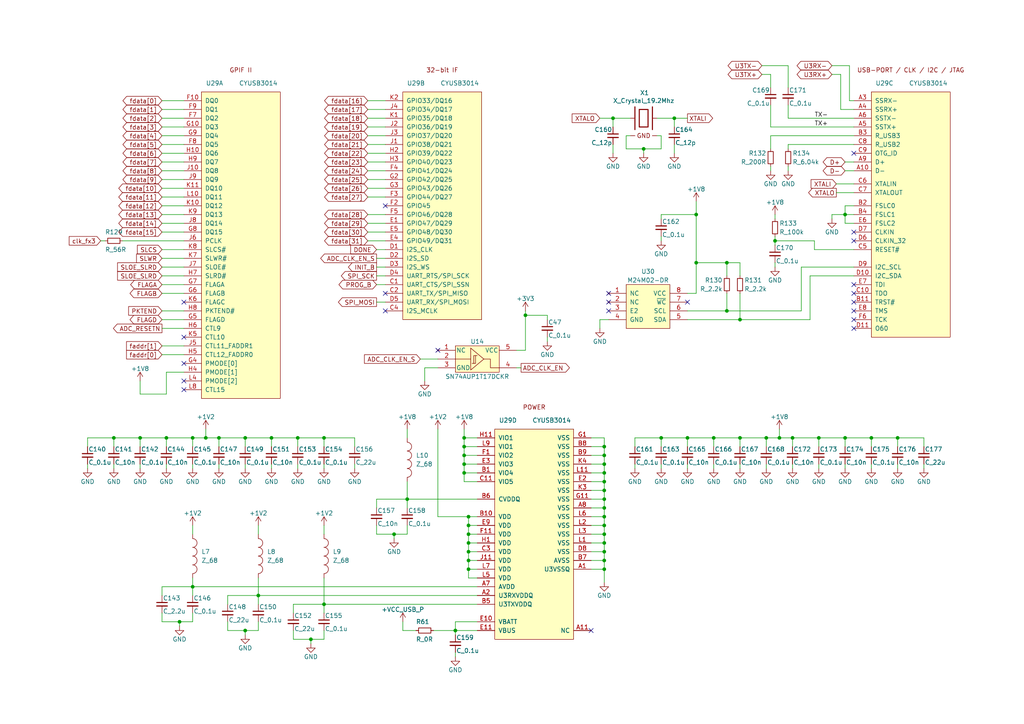
<source format=kicad_sch>
(kicad_sch (version 20231120) (generator "eeschema") (generator_version "8.0")
  (paper "A4")
  (title_block (rev "v2") (comment 1 "Copyright Dejan Priversek 2017"))
  (lib_symbols
    (symbol "ScopefunParts:+1.2V" (power) (pin_names (offset 0))
      (property "Value" "+1.2V" (at 0 3.556 0))
      (symbol "+1.2V_1_1"
        (pin power_in line (at 0 0 90) (length 0) hide (name "+1V2") (number "1"))
      )
    )
    (symbol "ScopefunParts:+1.8V" (power) (pin_names (offset 0))
      (property "Value" "+1.8V" (at 0 3.556 0))
      (symbol "+1.8V_1_1"
        (pin power_in line (at 0 0 90) (length 0) hide (name "+1V8") (number "1"))
      )
    )
    (symbol "ScopefunParts:+3.3V" (power) (pin_names (offset 0))
      (property "Value" "+3.3V" (at 0 3.556 0))
      (symbol "+3.3V_1_1"
        (pin power_in line (at 0 0 90) (length 0) hide (name "+3V3") (number "1"))
      )
    )
    (symbol "ScopefunParts:+VCC_USB_P" (power) (pin_names (offset 0))
      (property "Value" "+VCC_USB_P" (at 0 3.556 0))
      (symbol "+VCC_USB_P_1_1"
        (pin power_in line (at 0 0 90) (length 0) hide (name "+VCC_USB_P") (number "1"))
      )
    )
    (symbol "ScopefunParts:CYUSB3014" (pin_names (offset 1.016))
      (property "Reference" "U" (at -7.62 43.18 0))
      (property "Value" "CYUSB3014" (at 5.08 43.18 0))
      (symbol "CYUSB3014_1_0"
        (text "GPIF II" (at 0 46.99 0) (effects (font (size 1.27 1.27))))
      )
      (symbol "CYUSB3014_1_1"
        (pin unspecified line (at -16.51 38.1 0) (length 5.08) (name "DQ0") (number "F10"))
        (pin unspecified line (at -16.51 33.02 0) (length 5.08) (name "DQ2") (number "F7"))
        (pin unspecified line (at -16.51 25.4 0) (length 5.08) (name "DQ5") (number "F8"))
        (pin unspecified line (at -16.51 35.56 0) (length 5.08) (name "DQ1") (number "F9"))
        (pin unspecified line (at -16.51 30.48 0) (length 5.08) (name "DQ3") (number "G10"))
        (pin input line (at -16.51 -38.1 0) (length 5.08) (name "PMODE[0]") (number "G4"))
        (pin unspecified line (at -16.51 -25.4 0) (length 5.08) (name "FLAGD") (number "G5"))
        (pin unspecified line (at -16.51 -17.78 0) (length 5.08) (name "FLAGB") (number "G6"))
        (pin unspecified line (at -16.51 -15.24 0) (length 5.08) (name "FLAGA") (number "G7"))
        (pin unspecified line (at -16.51 0 0) (length 5.08) (name "DQ15") (number "G8"))
        (pin unspecified line (at -16.51 27.94 0) (length 5.08) (name "DQ4") (number "G9"))
        (pin unspecified line (at -16.51 22.86 0) (length 5.08) (name "DQ6") (number "H10"))
        (pin input line (at -16.51 -40.64 0) (length 5.08) (name "PMODE[1]") (number "H4"))
        (pin unspecified line (at -16.51 -35.56 0) (length 5.08) (name "CTL12_FADDR0") (number "H5"))
        (pin unspecified line (at -16.51 -27.94 0) (length 5.08) (name "CTL9") (number "H6"))
        (pin unspecified line (at -16.51 -12.7 0) (length 5.08) (name "SLRD#") (number "H7"))
        (pin unspecified line (at -16.51 -22.86 0) (length 5.08) (name "PKTEND#") (number "H8"))
        (pin unspecified line (at -16.51 20.32 0) (length 5.08) (name "DQ7") (number "H9"))
        (pin unspecified line (at -16.51 17.78 0) (length 5.08) (name "DQ8") (number "J10"))
        (pin unspecified line (at -16.51 -33.02 0) (length 5.08) (name "CTL11_FADDR1") (number "J5"))
        (pin unspecified line (at -16.51 -2.54 0) (length 5.08) (name "PCLK") (number "J6"))
        (pin unspecified line (at -16.51 -10.16 0) (length 5.08) (name "SLOE#") (number "J7"))
        (pin unspecified line (at -16.51 2.54 0) (length 5.08) (name "DQ14") (number "J8"))
        (pin unspecified line (at -16.51 15.24 0) (length 5.08) (name "DQ9") (number "J9"))
        (pin unspecified line (at -16.51 7.62 0) (length 5.08) (name "DQ12") (number "K10"))
        (pin unspecified line (at -16.51 12.7 0) (length 5.08) (name "DQ10") (number "K11"))
        (pin unspecified line (at -16.51 -30.48 0) (length 5.08) (name "CTL10") (number "K5"))
        (pin unspecified line (at -16.51 -20.32 0) (length 5.08) (name "FLAGC") (number "K6"))
        (pin unspecified line (at -16.51 -7.62 0) (length 5.08) (name "SLWR#") (number "K7"))
        (pin unspecified line (at -16.51 -5.08 0) (length 5.08) (name "SLCS#") (number "K8"))
        (pin unspecified line (at -16.51 5.08 0) (length 5.08) (name "DQ13") (number "K9"))
        (pin unspecified line (at -16.51 10.16 0) (length 5.08) (name "DQ11") (number "L10"))
        (pin input line (at -16.51 -43.18 0) (length 5.08) (name "PMODE[2]") (number "L4"))
        (pin unspecified line (at -16.51 -45.72 0) (length 5.08) (name "CTL15") (number "L8"))
      )
      (symbol "CYUSB3014_2_0"
        (text "32-bit IF" (at 0 46.99 0) (effects (font (size 1.27 1.27))))
      )
      (symbol "CYUSB3014_2_1"
        (pin unspecified line (at -16.51 -15.24 0) (length 5.08) (name "UART_CTS/SPI_SSN") (number "C1"))
        (pin unspecified line (at -16.51 -17.78 0) (length 5.08) (name "UART_TX/SPI_MISO") (number "C2"))
        (pin unspecified line (at -16.51 -22.86 0) (length 5.08) (name "I2S_MCLK") (number "C4"))
        (pin unspecified line (at -16.51 -5.08 0) (length 5.08) (name "I2S_CLK") (number "D1"))
        (pin unspecified line (at -16.51 -7.62 0) (length 5.08) (name "I2S_SD") (number "D2"))
        (pin unspecified line (at -16.51 -10.16 0) (length 5.08) (name "I2S_WS") (number "D3"))
        (pin unspecified line (at -16.51 -12.7 0) (length 5.08) (name "UART_RTS/SPI_SCK") (number "D4"))
        (pin unspecified line (at -16.51 -20.32 0) (length 5.08) (name "UART_RX/SPI_MOSI") (number "D5"))
        (pin unspecified line (at -16.51 2.54 0) (length 5.08) (name "GPIO47/DQ29") (number "E1"))
        (pin unspecified line (at -16.51 -2.54 0) (length 5.08) (name "GPIO49/DQ31") (number "E4"))
        (pin unspecified line (at -16.51 0 0) (length 5.08) (name "GPIO48/DQ30") (number "E5"))
        (pin unspecified line (at -16.51 7.62 0) (length 5.08) (name "GPIO45") (number "F2"))
        (pin unspecified line (at -16.51 10.16 0) (length 5.08) (name "GPIO44/DQ27") (number "F3"))
        (pin unspecified line (at -16.51 17.78 0) (length 5.08) (name "GPIO41/DQ24") (number "F4"))
        (pin unspecified line (at -16.51 5.08 0) (length 5.08) (name "GPIO46/DQ28") (number "F5"))
        (pin unspecified line (at -16.51 15.24 0) (length 5.08) (name "GPIO42/DQ25") (number "G2"))
        (pin unspecified line (at -16.51 12.7 0) (length 5.08) (name "GPIO43/DQ26") (number "G3"))
        (pin unspecified line (at -16.51 22.86 0) (length 5.08) (name "GPIO39/DQ22") (number "H2"))
        (pin unspecified line (at -16.51 20.32 0) (length 5.08) (name "GPIO40/DQ23") (number "H3"))
        (pin unspecified line (at -16.51 25.4 0) (length 5.08) (name "GPIO38/DQ21") (number "J1"))
        (pin unspecified line (at -16.51 30.48 0) (length 5.08) (name "GPIO36/DQ19") (number "J2"))
        (pin unspecified line (at -16.51 27.94 0) (length 5.08) (name "GPIO37/DQ20") (number "J3"))
        (pin unspecified line (at -16.51 35.56 0) (length 5.08) (name "GPIO34/DQ17") (number "J4"))
        (pin unspecified line (at -16.51 33.02 0) (length 5.08) (name "GPIO35/DQ18") (number "K1"))
        (pin unspecified line (at -16.51 38.1 0) (length 5.08) (name "GPIO33/DQ16") (number "K2"))
      )
      (symbol "CYUSB3014_3_0"
        (text "USB-PORT / CLK / I2C / JTAG" (at 0 46.99 0) (effects (font (size 1.27 1.27))))
      )
      (symbol "CYUSB3014_3_1"
        (pin unspecified line (at -16.51 17.78 0) (length 5.08) (name "D-") (number "A10"))
        (pin unspecified line (at -16.51 38.1 0) (length 5.08) (name "SSRX-") (number "A3"))
        (pin unspecified line (at -16.51 35.56 0) (length 5.08) (name "SSRX+") (number "A4"))
        (pin unspecified line (at -16.51 30.48 0) (length 5.08) (name "SSTX+") (number "A5"))
        (pin unspecified line (at -16.51 33.02 0) (length 5.08) (name "SSTX-") (number "A6"))
        (pin unspecified line (at -16.51 20.32 0) (length 5.08) (name "D+") (number "A9"))
        (pin unspecified line (at -16.51 -20.32 0) (length 5.08) (name "TRST#") (number "B11"))
        (pin unspecified line (at -16.51 7.62 0) (length 5.08) (name "FSLC0") (number "B2"))
        (pin unspecified line (at -16.51 27.94 0) (length 5.08) (name "R_USB3") (number "B3"))
        (pin unspecified line (at -16.51 5.08 0) (length 5.08) (name "FSLC1") (number "B4"))
        (pin unspecified line (at -16.51 -17.78 0) (length 5.08) (name "TDO") (number "C10"))
        (pin unspecified line (at -16.51 -5.08 0) (length 5.08) (name "RESET#") (number "C5"))
        (pin unspecified line (at -16.51 13.97 0) (length 5.08) (name "XTALIN") (number "C6"))
        (pin unspecified line (at -16.51 11.43 0) (length 5.08) (name "XTALOUT") (number "C7"))
        (pin unspecified line (at -16.51 25.4 0) (length 5.08) (name "R_USB2") (number "C8"))
        (pin unspecified line (at -16.51 22.86 0) (length 5.08) (name "OTG_ID") (number "C9"))
        (pin unspecified line (at -16.51 -12.7 0) (length 5.08) (name "I2C_SDA") (number "D10"))
        (pin unspecified line (at -16.51 -27.94 0) (length 5.08) (name "O60") (number "D11"))
        (pin unspecified line (at -16.51 -2.54 0) (length 5.08) (name "CLKIN_32") (number "D6"))
        (pin unspecified line (at -16.51 0 0) (length 5.08) (name "CLKIN") (number "D7"))
        (pin unspecified line (at -16.51 -10.16 0) (length 5.08) (name "I2C_SCL") (number "D9"))
        (pin unspecified line (at -16.51 2.54 0) (length 5.08) (name "FSLC2") (number "E6"))
        (pin unspecified line (at -16.51 -15.24 0) (length 5.08) (name "TDI") (number "E7"))
        (pin unspecified line (at -16.51 -22.86 0) (length 5.08) (name "TMS") (number "E8"))
        (pin unspecified line (at -16.51 -25.4 0) (length 5.08) (name "TCK") (number "F6"))
      )
      (symbol "CYUSB3014_4_0"
        (text "POWER" (at 0 46.99 0) (effects (font (size 1.27 1.27))))
      )
      (symbol "CYUSB3014_4_1"
        (pin power_in line (at 16.51 0 180) (length 5.08) (name "U3VSSQ") (number "A1"))
        (pin unspecified line (at 16.51 -17.78 180) (length 5.08) (name "NC") (number "A11"))
        (pin power_in line (at -16.51 -7.62 0) (length 5.08) (name "U3RXVDDQ") (number "A2"))
        (pin power_in line (at -16.51 -5.08 0) (length 5.08) (name "AVDD") (number "A7"))
        (pin power_in line (at 16.51 17.78 180) (length 5.08) (name "VSS") (number "A8"))
        (pin power_in line (at -16.51 27.94 0) (length 5.08) (name "VIO4") (number "B1"))
        (pin power_in line (at -16.51 15.24 0) (length 5.08) (name "VDD") (number "B10"))
        (pin power_in line (at -16.51 -10.16 0) (length 5.08) (name "U3TXVDDQ") (number "B5"))
        (pin power_in line (at -16.51 20.32 0) (length 5.08) (name "CVDDQ") (number "B6"))
        (pin power_in line (at 16.51 2.54 180) (length 5.08) (name "AVSS") (number "B7"))
        (pin unspecified line (at 16.51 35.56 180) (length 5.08) (name "VSS") (number "B8"))
        (pin power_in line (at 16.51 33.02 180) (length 5.08) (name "VSS") (number "B9"))
        (pin power_in line (at -16.51 25.4 0) (length 5.08) (name "VIO5") (number "C11"))
        (pin unspecified line (at -16.51 5.08 0) (length 5.08) (name "VDD") (number "C3"))
        (pin power_in line (at 16.51 5.08 180) (length 5.08) (name "VSS") (number "D8"))
        (pin power_in line (at -16.51 -15.24 0) (length 5.08) (name "VBATT") (number "E10"))
        (pin power_in line (at -16.51 -17.78 0) (length 5.08) (name "VBUS") (number "E11"))
        (pin power_in line (at 16.51 25.4 180) (length 5.08) (name "VSS") (number "E2"))
        (pin power_in line (at -16.51 30.48 0) (length 5.08) (name "VIO3") (number "E3"))
        (pin power_in line (at -16.51 12.7 0) (length 5.08) (name "VDD") (number "E9"))
        (pin power_in line (at -16.51 33.02 0) (length 5.08) (name "VIO2") (number "F1"))
        (pin unspecified line (at -16.51 10.16 0) (length 5.08) (name "VDD") (number "F11"))
        (pin unspecified line (at 16.51 38.1 180) (length 5.08) (name "VSS") (number "G1"))
        (pin power_in line (at 16.51 20.32 180) (length 5.08) (name "VSS") (number "G11"))
        (pin power_in line (at -16.51 7.62 0) (length 5.08) (name "VDD") (number "H1"))
        (pin power_in line (at -16.51 38.1 0) (length 5.08) (name "VIO1") (number "H11"))
        (pin power_in line (at -16.51 2.54 0) (length 5.08) (name "VDD") (number "J11"))
        (pin power_in line (at 16.51 22.86 180) (length 5.08) (name "VSS") (number "K3"))
        (pin power_in line (at 16.51 30.48 180) (length 5.08) (name "VSS") (number "K4"))
        (pin power_in line (at 16.51 7.62 180) (length 5.08) (name "VSS") (number "L1"))
        (pin power_in line (at 16.51 27.94 180) (length 5.08) (name "VSS") (number "L11"))
        (pin power_in line (at 16.51 12.7 180) (length 5.08) (name "VSS") (number "L2"))
        (pin power_in line (at 16.51 10.16 180) (length 5.08) (name "VSS") (number "L3"))
        (pin power_in line (at -16.51 -2.54 0) (length 5.08) (name "VDD") (number "L5"))
        (pin power_in line (at 16.51 15.24 180) (length 5.08) (name "VSS") (number "L6"))
        (pin power_in line (at -16.51 0 0) (length 5.08) (name "VDD") (number "L7"))
        (pin power_in line (at -16.51 35.56 0) (length 5.08) (name "VIO1") (number "L9"))
      )
    )
    (symbol "ScopefunParts:C_0.1u" (pin_numbers hide) (pin_names (offset 0.254) hide)
      (property "Reference" "C" (at 0.254 1.778 0))
      (property "Value" "C_0.1u" (at 0.254 -2.032 0))
      (symbol "C_0.1u_1_1"
        (pin passive line (at 0 2.54 270) (length 1.905) (name "~") (number "1"))
        (pin passive line (at 0 -2.54 90) (length 2.032) (name "~") (number "2"))
      )
    )
    (symbol "ScopefunParts:C_0.1u_0402" (pin_numbers hide) (pin_names (offset 0.254) hide)
      (property "Reference" "C" (at 0.254 1.778 0))
      (property "Value" "C_0.1u_0402" (at 0.254 -2.032 0))
      (symbol "C_0.1u_0402_1_1"
        (pin passive line (at 0 2.54 270) (length 1.905) (name "~") (number "1"))
        (pin passive line (at 0 -2.54 90) (length 2.032) (name "~") (number "2"))
      )
    )
    (symbol "ScopefunParts:C_10n" (pin_numbers hide) (pin_names (offset 0.254) hide)
      (property "Reference" "C" (at 0.254 1.778 0))
      (property "Value" "C_10n" (at 0.254 -2.032 0))
      (symbol "C_10n_1_1"
        (pin passive line (at 0 2.54 270) (length 1.905) (name "~") (number "1"))
        (pin passive line (at 0 -2.54 90) (length 2.032) (name "~") (number "2"))
      )
    )
    (symbol "ScopefunParts:C_12p" (pin_numbers hide) (pin_names (offset 0.254) hide)
      (property "Reference" "C" (at 0.254 1.778 0))
      (property "Value" "C_12p" (at 0.254 -2.032 0))
      (symbol "C_12p_1_1"
        (pin passive line (at 0 2.54 270) (length 1.905) (name "~") (number "1"))
        (pin passive line (at 0 -2.54 90) (length 2.032) (name "~") (number "2"))
      )
    )
    (symbol "ScopefunParts:C_2.2u" (pin_numbers hide) (pin_names (offset 0.254) hide)
      (property "Reference" "C" (at 0.254 1.778 0))
      (property "Value" "C_2.2u" (at 0.254 -2.032 0))
      (symbol "C_2.2u_1_1"
        (pin passive line (at 0 2.54 270) (length 1.905) (name "~") (number "1"))
        (pin passive line (at 0 -2.54 90) (length 2.032) (name "~") (number "2"))
      )
    )
    (symbol "ScopefunParts:C_22u" (pin_numbers hide) (pin_names (offset 0.254) hide)
      (property "Reference" "C" (at 0.254 1.778 0))
      (property "Value" "C_22u" (at 0.254 -2.032 0))
      (symbol "C_22u_1_1"
        (pin passive line (at 0 2.54 270) (length 1.905) (name "~") (number "1"))
        (pin passive line (at 0 -2.54 90) (length 2.032) (name "~") (number "2"))
      )
    )
    (symbol "ScopefunParts:M24M02-DR" (pin_names (offset 1.016))
      (property "Reference" "U" (at 0 8.89 0))
      (property "Value" "M24M02-DR" (at 0 6.35 0))
      (symbol "M24M02-DR_1_1"
        (pin no_connect line (at -11.43 2.54 0) (length 5.08) (name "NC") (number "1"))
        (pin no_connect line (at -11.43 0 0) (length 5.08) (name "NC") (number "2"))
        (pin input line (at -11.43 -2.54 0) (length 5.08) (name "E2") (number "3"))
        (pin input line (at -11.43 -5.08 0) (length 5.08) (name "GND") (number "4"))
        (pin bidirectional line (at 11.43 -5.08 180) (length 5.08) (name "SDA") (number "5"))
        (pin bidirectional line (at 11.43 -2.54 180) (length 5.08) (name "SCL") (number "6"))
        (pin power_in line (at 11.43 0 180) (length 5.08) (name "~{WC}") (number "7"))
        (pin power_in line (at 11.43 2.54 180) (length 5.08) (name "VCC") (number "8"))
      )
    )
    (symbol "ScopefunParts:R_0R" (pin_numbers hide) (pin_names (offset 0.254) hide)
      (property "Reference" "R" (at 1.27 1.27 0))
      (property "Value" "R_0R" (at 1.27 -1.27 0))
      (symbol "R_0R_1_1"
        (pin passive line (at 0 2.54 270) (length 0.762) (name "~") (number "1"))
        (pin passive line (at 0 -2.54 90) (length 0.762) (name "~") (number "2"))
      )
    )
    (symbol "ScopefunParts:R_100k" (pin_numbers hide) (pin_names (offset 0.254) hide)
      (property "Reference" "R" (at 1.27 1.27 0))
      (property "Value" "R_100k" (at 1.27 -1.27 0))
      (symbol "R_100k_1_1"
        (pin passive line (at 0 2.54 270) (length 0.762) (name "~") (number "1"))
        (pin passive line (at 0 -2.54 90) (length 0.762) (name "~") (number "2"))
      )
    )
    (symbol "ScopefunParts:R_2.2k" (pin_numbers hide) (pin_names (offset 0.254) hide)
      (property "Reference" "R" (at 1.27 1.27 0))
      (property "Value" "R_2.2k" (at 1.27 -1.27 0))
      (symbol "R_2.2k_1_1"
        (pin passive line (at 0 2.54 270) (length 0.762) (name "~") (number "1"))
        (pin passive line (at 0 -2.54 90) (length 0.762) (name "~") (number "2"))
      )
    )
    (symbol "ScopefunParts:R_200R" (pin_numbers hide) (pin_names (offset 0.254) hide)
      (property "Reference" "R" (at 1.27 1.27 0))
      (property "Value" "R_200R" (at 1.27 -1.27 0))
      (symbol "R_200R_1_1"
        (pin passive line (at 0 2.54 270) (length 0.762) (name "~") (number "1"))
        (pin passive line (at 0 -2.54 90) (length 0.762) (name "~") (number "2"))
      )
    )
    (symbol "ScopefunParts:R_56R" (pin_numbers hide) (pin_names (offset 0.254) hide)
      (property "Reference" "R" (at 1.27 1.27 0))
      (property "Value" "R_56R" (at 1.27 -1.27 0))
      (symbol "R_56R_1_1"
        (pin passive line (at 0 2.54 270) (length 0.762) (name "~") (number "1"))
        (pin passive line (at 0 -2.54 90) (length 0.762) (name "~") (number "2"))
      )
    )
    (symbol "ScopefunParts:R_6.04k" (pin_numbers hide) (pin_names (offset 0.254) hide)
      (property "Reference" "R" (at 1.27 1.27 0))
      (property "Value" "R_6.04k" (at 1.27 -1.27 0))
      (symbol "R_6.04k_1_1"
        (pin passive line (at 0 2.54 270) (length 0.762) (name "~") (number "1"))
        (pin passive line (at 0 -2.54 90) (length 0.762) (name "~") (number "2"))
      )
    )
    (symbol "ScopefunParts:SN74AUP1T17DCKR" (pin_names (offset 0.254))
      (property "Reference" "U" (at 0 5.08 0))
      (property "Value" "SN74AUP1T17DCKR" (at 0 -5.08 0))
      (symbol "SN74AUP1T17DCKR_1_1"
        (pin no_connect line (at -11.43 2.54 0) (length 5.08) (name "NC") (number "1"))
        (pin input line (at -11.43 0 0) (length 5.08) (name "~") (number "2"))
        (pin power_in line (at -11.43 -2.54 0) (length 5.08) (name "GND") (number "3"))
        (pin output line (at 11.43 -2.54 180) (length 5.08) (name "~") (number "4"))
        (pin power_in line (at 11.43 2.54 180) (length 5.08) (name "VCC") (number "5"))
      )
    )
    (symbol "ScopefunParts:X_Crystal_19.2Mhz" (pin_numbers hide) (pin_names (offset 1.016) hide)
      (property "Reference" "X" (at 0.254 7.366 0))
      (property "Value" "X_Crystal_19.2Mhz" (at 0 5.08 0))
      (symbol "X_Crystal_19.2Mhz_0_0"
        (text "GND" (at 0 -5.08 0) (effects (font (size 1.27 1.27))))
      )
      (symbol "X_Crystal_19.2Mhz_1_1"
        (pin passive line (at -3.81 0 0) (length 1.27) (name "1") (number "1"))
        (pin power_in line (at 3.81 -5.08 180) (length 1.27) (name "GND") (number "2"))
        (pin passive line (at 3.81 0 180) (length 1.27) (name "3") (number "3"))
        (pin power_in line (at -3.81 -5.08 0) (length 1.27) (name "GND") (number "4"))
      )
    )
    (symbol "ScopefunParts:Z_68" (pin_numbers hide) (pin_names (offset 0) hide)
      (property "Reference" "L" (at 0 2.54 0))
      (property "Value" "Z_68" (at 0 -1.27 0))
      (symbol "Z_68_1_1"
        (pin passive line (at -6.35 0 0) (length 1.27) (name "1") (number "1"))
        (pin passive line (at 6.35 0 180) (length 1.27) (name "2") (number "2"))
      )
    )
    (symbol "Scopefun_v2-rescue:GND" (power) (pin_names (offset 0))
      (property "Value" "GND" (at 0 -3.81 0))
      (symbol "GND_1_1"
        (pin power_in line (at 0 0 270) (length 0) hide (name "GND") (number "1"))
      )
    )
  )
  (junction (at 186.69 43.18))
  (junction (at 59.69 127))
  (junction (at 224.79 69.85))
  (junction (at 134.62 132.08))
  (junction (at 33.02 127))
  (junction (at 134.62 137.16))
  (junction (at 222.25 127))
  (junction (at 229.87 127))
  (junction (at 90.17 185.42))
  (junction (at 210.82 76.2))
  (junction (at 135.89 165.1))
  (junction (at 134.62 127))
  (junction (at 175.26 152.4))
  (junction (at 71.12 182.88))
  (junction (at 52.07 180.34))
  (junction (at 175.26 139.7))
  (junction (at 175.26 160.02))
  (junction (at 55.88 170.18))
  (junction (at 175.26 144.78))
  (junction (at 245.11 127))
  (junction (at 86.36 127))
  (junction (at 252.73 127))
  (junction (at 201.93 62.23))
  (junction (at 71.12 127))
  (junction (at 118.11 144.78))
  (junction (at 40.64 127))
  (junction (at 152.4 91.44))
  (junction (at 214.63 127))
  (junction (at 175.26 147.32))
  (junction (at 226.06 127))
  (junction (at 135.89 149.86))
  (junction (at 55.88 127))
  (junction (at 201.93 76.2))
  (junction (at 237.49 127))
  (junction (at 135.89 162.56))
  (junction (at 260.35 127))
  (junction (at 175.26 149.86))
  (junction (at 135.89 152.4))
  (junction (at 134.62 129.54))
  (junction (at 177.8 34.29))
  (junction (at 175.26 157.48))
  (junction (at 175.26 154.94))
  (junction (at 134.62 134.62))
  (junction (at 93.98 175.26))
  (junction (at 199.39 127))
  (junction (at 195.58 34.29))
  (junction (at 245.11 62.23))
  (junction (at 214.63 92.71))
  (junction (at 175.26 165.1))
  (junction (at 175.26 162.56))
  (junction (at 78.74 127))
  (junction (at 175.26 129.54))
  (junction (at 48.26 127))
  (junction (at 175.26 137.16))
  (junction (at 63.5 127))
  (junction (at 175.26 134.62))
  (junction (at 175.26 142.24))
  (junction (at 191.77 127))
  (junction (at 114.3 154.94))
  (junction (at 93.98 127))
  (junction (at 207.01 127))
  (junction (at 135.89 160.02))
  (junction (at 132.08 182.88))
  (junction (at 175.26 132.08))
  (junction (at 135.89 154.94))
  (junction (at 210.82 90.17))
  (junction (at 74.93 172.72))
  (junction (at 135.89 157.48))
  (no_connect (at 53.34 110.49))
  (no_connect (at 247.65 95.25))
  (no_connect (at 176.53 87.63))
  (no_connect (at 53.34 87.63))
  (no_connect (at 171.45 182.88))
  (no_connect (at 247.65 87.63))
  (no_connect (at 247.65 82.55))
  (no_connect (at 247.65 92.71))
  (no_connect (at 111.76 85.09))
  (no_connect (at 247.65 90.17))
  (no_connect (at 53.34 97.79))
  (no_connect (at 53.34 105.41))
  (no_connect (at 247.65 69.85))
  (no_connect (at 127 101.6))
  (no_connect (at 111.76 59.69))
  (no_connect (at 111.76 90.17))
  (no_connect (at 176.53 85.09))
  (no_connect (at 199.39 87.63))
  (no_connect (at 247.65 85.09))
  (no_connect (at 247.65 44.45))
  (no_connect (at 53.34 113.03))
  (no_connect (at 176.53 90.17))
  (no_connect (at 247.65 67.31))
  (wire (pts (xy 175.26 149.86) (xy 175.26 152.4)))
  (wire (pts (xy 93.98 175.26) (xy 93.98 177.8)))
  (wire (pts (xy 135.89 157.48) (xy 138.43 157.48)))
  (wire (pts (xy 173.99 92.71) (xy 173.99 95.25)))
  (wire (pts (xy 46.99 90.17) (xy 53.34 90.17)))
  (wire (pts (xy 135.89 152.4) (xy 135.89 154.94)))
  (wire (pts (xy 93.98 175.26) (xy 138.43 175.26)))
  (wire (pts (xy 224.79 69.85) (xy 224.79 71.12)))
  (wire (pts (xy 25.4 127) (xy 33.02 127)))
  (wire (pts (xy 106.68 39.37) (xy 111.76 39.37)))
  (wire (pts (xy 66.04 172.72) (xy 74.93 172.72)))
  (wire (pts (xy 66.04 172.72) (xy 66.04 175.26)))
  (wire (pts (xy 109.22 72.39) (xy 111.76 72.39)))
  (wire (pts (xy 46.99 77.47) (xy 53.34 77.47)))
  (wire (pts (xy 46.99 92.71) (xy 53.34 92.71)))
  (wire (pts (xy 46.99 49.53) (xy 53.34 49.53)))
  (wire (pts (xy 59.69 124.46) (xy 59.69 127)))
  (wire (pts (xy 46.99 39.37) (xy 53.34 39.37)))
  (wire (pts (xy 86.36 129.54) (xy 86.36 127)))
  (wire (pts (xy 175.26 154.94) (xy 175.26 157.48)))
  (wire (pts (xy 132.08 182.88) (xy 138.43 182.88)))
  (wire (pts (xy 151.13 106.68) (xy 149.86 106.68)))
  (wire (pts (xy 138.43 129.54) (xy 134.62 129.54)))
  (wire (pts (xy 177.8 34.29) (xy 177.8 36.83)))
  (wire (pts (xy 242.57 53.34) (xy 247.65 53.34)))
  (wire (pts (xy 46.99 72.39) (xy 53.34 72.39)))
  (wire (pts (xy 173.99 92.71) (xy 176.53 92.71)))
  (wire (pts (xy 132.08 180.34) (xy 138.43 180.34)))
  (wire (pts (xy 171.45 160.02) (xy 175.26 160.02)))
  (wire (pts (xy 241.3 62.23) (xy 245.11 62.23)))
  (wire (pts (xy 191.77 129.54) (xy 191.77 127)))
  (wire (pts (xy 46.99 34.29) (xy 53.34 34.29)))
  (wire (pts (xy 175.26 139.7) (xy 175.26 142.24)))
  (wire (pts (xy 171.45 157.48) (xy 175.26 157.48)))
  (wire (pts (xy 260.35 127) (xy 267.97 127)))
  (wire (pts (xy 191.77 43.18) (xy 191.77 39.37)))
  (wire (pts (xy 245.11 59.69) (xy 245.11 62.23)))
  (wire (pts (xy 246.38 29.21) (xy 246.38 19.05)))
  (wire (pts (xy 66.04 182.88) (xy 71.12 182.88)))
  (wire (pts (xy 199.39 92.71) (xy 214.63 92.71)))
  (wire (pts (xy 181.61 43.18) (xy 186.69 43.18)))
  (wire (pts (xy 123.19 106.68) (xy 123.19 110.49)))
  (wire (pts (xy 46.99 100.33) (xy 53.34 100.33)))
  (wire (pts (xy 52.07 180.34) (xy 55.88 180.34)))
  (wire (pts (xy 186.69 43.18) (xy 191.77 43.18)))
  (wire (pts (xy 132.08 180.34) (xy 132.08 182.88)))
  (wire (pts (xy 232.41 77.47) (xy 247.65 77.47)))
  (wire (pts (xy 171.45 134.62) (xy 175.26 134.62)))
  (wire (pts (xy 171.45 147.32) (xy 175.26 147.32)))
  (wire (pts (xy 158.75 91.44) (xy 152.4 91.44)))
  (wire (pts (xy 74.93 167.64) (xy 74.93 172.72)))
  (wire (pts (xy 135.89 157.48) (xy 135.89 160.02)))
  (wire (pts (xy 228.6 34.29) (xy 228.6 30.48)))
  (wire (pts (xy 46.99 180.34) (xy 52.07 180.34)))
  (wire (pts (xy 93.98 127) (xy 102.87 127)))
  (wire (pts (xy 106.68 64.77) (xy 111.76 64.77)))
  (wire (pts (xy 245.11 62.23) (xy 247.65 62.23)))
  (wire (pts (xy 134.62 139.7) (xy 138.43 139.7)))
  (wire (pts (xy 118.11 154.94) (xy 118.11 152.4)))
  (wire (pts (xy 207.01 127) (xy 214.63 127)))
  (wire (pts (xy 201.93 76.2) (xy 201.93 85.09)))
  (wire (pts (xy 85.09 175.26) (xy 93.98 175.26)))
  (wire (pts (xy 121.92 104.14) (xy 127 104.14)))
  (wire (pts (xy 135.89 165.1) (xy 135.89 167.64)))
  (wire (pts (xy 236.22 69.85) (xy 236.22 72.39)))
  (wire (pts (xy 90.17 185.42) (xy 93.98 185.42)))
  (wire (pts (xy 78.74 129.54) (xy 78.74 127)))
  (wire (pts (xy 195.58 44.45) (xy 195.58 41.91)))
  (wire (pts (xy 46.99 74.93) (xy 53.34 74.93)))
  (wire (pts (xy 46.99 80.01) (xy 53.34 80.01)))
  (wire (pts (xy 175.26 144.78) (xy 175.26 147.32)))
  (wire (pts (xy 152.4 91.44) (xy 152.4 90.17)))
  (wire (pts (xy 195.58 34.29) (xy 195.58 36.83)))
  (wire (pts (xy 134.62 134.62) (xy 134.62 137.16)))
  (wire (pts (xy 267.97 135.89) (xy 267.97 134.62)))
  (wire (pts (xy 106.68 46.99) (xy 111.76 46.99)))
  (wire (pts (xy 78.74 135.89) (xy 78.74 134.62)))
  (wire (pts (xy 109.22 82.55) (xy 111.76 82.55)))
  (wire (pts (xy 118.11 144.78) (xy 118.11 147.32)))
  (wire (pts (xy 252.73 127) (xy 260.35 127)))
  (wire (pts (xy 46.99 57.15) (xy 53.34 57.15)))
  (wire (pts (xy 74.93 172.72) (xy 138.43 172.72)))
  (wire (pts (xy 186.69 44.45) (xy 186.69 43.18)))
  (wire (pts (xy 175.26 142.24) (xy 175.26 144.78)))
  (wire (pts (xy 171.45 137.16) (xy 175.26 137.16)))
  (wire (pts (xy 175.26 132.08) (xy 175.26 134.62)))
  (wire (pts (xy 71.12 129.54) (xy 71.12 127)))
  (wire (pts (xy 184.15 129.54) (xy 184.15 127)))
  (wire (pts (xy 46.99 177.8) (xy 46.99 180.34)))
  (wire (pts (xy 90.17 185.42) (xy 90.17 186.69)))
  (wire (pts (xy 132.08 189.23) (xy 132.08 190.5)))
  (wire (pts (xy 93.98 185.42) (xy 93.98 182.88)))
  (wire (pts (xy 46.99 82.55) (xy 53.34 82.55)))
  (wire (pts (xy 201.93 85.09) (xy 199.39 85.09)))
  (wire (pts (xy 118.11 124.46) (xy 118.11 127)))
  (wire (pts (xy 252.73 127) (xy 252.73 129.54)))
  (wire (pts (xy 127 149.86) (xy 135.89 149.86)))
  (wire (pts (xy 71.12 182.88) (xy 71.12 184.15)))
  (wire (pts (xy 245.11 64.77) (xy 247.65 64.77)))
  (wire (pts (xy 135.89 154.94) (xy 138.43 154.94)))
  (wire (pts (xy 55.88 135.89) (xy 55.88 134.62)))
  (wire (pts (xy 46.99 170.18) (xy 46.99 172.72)))
  (wire (pts (xy 134.62 137.16) (xy 134.62 139.7)))
  (wire (pts (xy 152.4 101.6) (xy 152.4 91.44)))
  (wire (pts (xy 116.84 180.34) (xy 116.84 182.88)))
  (wire (pts (xy 247.65 29.21) (xy 246.38 29.21)))
  (wire (pts (xy 171.45 144.78) (xy 175.26 144.78)))
  (wire (pts (xy 40.64 135.89) (xy 40.64 134.62)))
  (wire (pts (xy 245.11 127) (xy 252.73 127)))
  (wire (pts (xy 66.04 180.34) (xy 66.04 182.88)))
  (wire (pts (xy 46.99 102.87) (xy 53.34 102.87)))
  (wire (pts (xy 135.89 154.94) (xy 135.89 157.48)))
  (wire (pts (xy 175.26 157.48) (xy 175.26 160.02)))
  (wire (pts (xy 109.22 154.94) (xy 114.3 154.94)))
  (wire (pts (xy 55.88 127) (xy 59.69 127)))
  (wire (pts (xy 223.52 48.26) (xy 223.52 49.53)))
  (wire (pts (xy 85.09 175.26) (xy 85.09 177.8)))
  (wire (pts (xy 48.26 107.95) (xy 53.34 107.95)))
  (wire (pts (xy 191.77 127) (xy 199.39 127)))
  (wire (pts (xy 223.52 21.59) (xy 220.98 21.59)))
  (wire (pts (xy 138.43 160.02) (xy 135.89 160.02)))
  (wire (pts (xy 195.58 34.29) (xy 199.39 34.29)))
  (wire (pts (xy 134.62 129.54) (xy 134.62 132.08)))
  (wire (pts (xy 229.87 127) (xy 229.87 129.54)))
  (wire (pts (xy 106.68 34.29) (xy 111.76 34.29)))
  (wire (pts (xy 63.5 127) (xy 71.12 127)))
  (wire (pts (xy 175.26 134.62) (xy 175.26 137.16)))
  (wire (pts (xy 241.3 62.23) (xy 241.3 63.5)))
  (wire (pts (xy 46.99 62.23) (xy 53.34 62.23)))
  (wire (pts (xy 102.87 135.89) (xy 102.87 134.62)))
  (wire (pts (xy 224.79 62.23) (xy 224.79 63.5)))
  (wire (pts (xy 106.68 31.75) (xy 111.76 31.75)))
  (wire (pts (xy 46.99 64.77) (xy 53.34 64.77)))
  (wire (pts (xy 46.99 95.25) (xy 53.34 95.25)))
  (wire (pts (xy 25.4 135.89) (xy 25.4 134.62)))
  (wire (pts (xy 46.99 52.07) (xy 53.34 52.07)))
  (wire (pts (xy 106.68 69.85) (xy 111.76 69.85)))
  (wire (pts (xy 102.87 127) (xy 102.87 129.54)))
  (wire (pts (xy 86.36 127) (xy 93.98 127)))
  (wire (pts (xy 93.98 135.89) (xy 93.98 134.62)))
  (wire (pts (xy 74.93 152.4) (xy 74.93 154.94)))
  (wire (pts (xy 106.68 41.91) (xy 111.76 41.91)))
  (wire (pts (xy 109.22 152.4) (xy 109.22 154.94)))
  (wire (pts (xy 175.26 160.02) (xy 175.26 162.56)))
  (wire (pts (xy 234.95 80.01) (xy 247.65 80.01)))
  (wire (pts (xy 71.12 127) (xy 78.74 127)))
  (wire (pts (xy 199.39 127) (xy 207.01 127)))
  (wire (pts (xy 171.45 142.24) (xy 175.26 142.24)))
  (wire (pts (xy 236.22 72.39) (xy 247.65 72.39)))
  (wire (pts (xy 48.26 127) (xy 55.88 127)))
  (wire (pts (xy 228.6 25.4) (xy 228.6 19.05)))
  (wire (pts (xy 134.62 132.08) (xy 134.62 134.62)))
  (wire (pts (xy 214.63 92.71) (xy 234.95 92.71)))
  (wire (pts (xy 214.63 127) (xy 222.25 127)))
  (wire (pts (xy 63.5 129.54) (xy 63.5 127)))
  (wire (pts (xy 191.77 135.89) (xy 191.77 134.62)))
  (wire (pts (xy 171.45 149.86) (xy 175.26 149.86)))
  (wire (pts (xy 116.84 182.88) (xy 120.65 182.88)))
  (wire (pts (xy 138.43 134.62) (xy 134.62 134.62)))
  (wire (pts (xy 245.11 49.53) (xy 247.65 49.53)))
  (wire (pts (xy 222.25 127) (xy 222.25 129.54)))
  (wire (pts (xy 46.99 29.21) (xy 53.34 29.21)))
  (wire (pts (xy 201.93 76.2) (xy 210.82 76.2)))
  (wire (pts (xy 86.36 135.89) (xy 86.36 134.62)))
  (wire (pts (xy 40.64 114.3) (xy 48.26 114.3)))
  (wire (pts (xy 149.86 101.6) (xy 152.4 101.6)))
  (wire (pts (xy 46.99 59.69) (xy 53.34 59.69)))
  (wire (pts (xy 35.56 69.85) (xy 53.34 69.85)))
  (wire (pts (xy 138.43 152.4) (xy 135.89 152.4)))
  (wire (pts (xy 260.35 127) (xy 260.35 129.54)))
  (wire (pts (xy 175.26 162.56) (xy 175.26 165.1)))
  (wire (pts (xy 222.25 127) (xy 226.06 127)))
  (wire (pts (xy 40.64 110.49) (xy 40.64 114.3)))
  (wire (pts (xy 223.52 36.83) (xy 223.52 30.48)))
  (wire (pts (xy 245.11 46.99) (xy 247.65 46.99)))
  (wire (pts (xy 237.49 135.89) (xy 237.49 134.62)))
  (wire (pts (xy 260.35 135.89) (xy 260.35 134.62)))
  (wire (pts (xy 175.26 129.54) (xy 171.45 129.54)))
  (wire (pts (xy 93.98 167.64) (xy 93.98 175.26)))
  (wire (pts (xy 106.68 62.23) (xy 111.76 62.23)))
  (wire (pts (xy 226.06 127) (xy 226.06 124.46)))
  (wire (pts (xy 214.63 76.2) (xy 214.63 80.01)))
  (wire (pts (xy 109.22 87.63) (xy 111.76 87.63)))
  (wire (pts (xy 222.25 135.89) (xy 222.25 134.62)))
  (wire (pts (xy 111.76 74.93) (xy 109.22 74.93)))
  (wire (pts (xy 118.11 144.78) (xy 138.43 144.78)))
  (wire (pts (xy 224.79 76.2) (xy 224.79 77.47)))
  (wire (pts (xy 135.89 160.02) (xy 135.89 162.56)))
  (wire (pts (xy 134.62 124.46) (xy 134.62 127)))
  (wire (pts (xy 175.26 152.4) (xy 175.26 154.94)))
  (wire (pts (xy 171.45 162.56) (xy 175.26 162.56)))
  (wire (pts (xy 171.45 132.08) (xy 175.26 132.08)))
  (wire (pts (xy 224.79 68.58) (xy 224.79 69.85)))
  (wire (pts (xy 114.3 154.94) (xy 118.11 154.94)))
  (wire (pts (xy 226.06 127) (xy 229.87 127)))
  (wire (pts (xy 201.93 58.42) (xy 201.93 62.23)))
  (wire (pts (xy 171.45 165.1) (xy 175.26 165.1)))
  (wire (pts (xy 33.02 127) (xy 40.64 127)))
  (wire (pts (xy 46.99 41.91) (xy 53.34 41.91)))
  (wire (pts (xy 234.95 92.71) (xy 234.95 80.01)))
  (wire (pts (xy 182.88 39.37) (xy 181.61 39.37)))
  (wire (pts (xy 184.15 127) (xy 191.77 127)))
  (wire (pts (xy 134.62 132.08) (xy 138.43 132.08)))
  (wire (pts (xy 237.49 127) (xy 245.11 127)))
  (wire (pts (xy 46.99 46.99) (xy 53.34 46.99)))
  (wire (pts (xy 210.82 76.2) (xy 214.63 76.2)))
  (wire (pts (xy 243.84 31.75) (xy 247.65 31.75)))
  (wire (pts (xy 55.88 180.34) (xy 55.88 177.8)))
  (wire (pts (xy 40.64 129.54) (xy 40.64 127)))
  (wire (pts (xy 175.26 165.1) (xy 175.26 168.91)))
  (wire (pts (xy 247.65 59.69) (xy 245.11 59.69)))
  (wire (pts (xy 214.63 92.71) (xy 214.63 85.09)))
  (wire (pts (xy 228.6 41.91) (xy 247.65 41.91)))
  (wire (pts (xy 55.88 167.64) (xy 55.88 170.18)))
  (wire (pts (xy 214.63 135.89) (xy 214.63 134.62)))
  (wire (pts (xy 199.39 90.17) (xy 210.82 90.17)))
  (wire (pts (xy 135.89 149.86) (xy 135.89 152.4)))
  (wire (pts (xy 48.26 135.89) (xy 48.26 134.62)))
  (wire (pts (xy 55.88 129.54) (xy 55.88 127)))
  (wire (pts (xy 232.41 90.17) (xy 232.41 77.47)))
  (wire (pts (xy 247.65 36.83) (xy 223.52 36.83)))
  (wire (pts (xy 114.3 154.94) (xy 114.3 156.21)))
  (wire (pts (xy 33.02 135.89) (xy 33.02 134.62)))
  (wire (pts (xy 243.84 21.59) (xy 243.84 31.75)))
  (wire (pts (xy 210.82 90.17) (xy 210.82 85.09)))
  (wire (pts (xy 106.68 57.15) (xy 111.76 57.15)))
  (wire (pts (xy 40.64 127) (xy 48.26 127)))
  (wire (pts (xy 74.93 172.72) (xy 74.93 175.26)))
  (wire (pts (xy 138.43 137.16) (xy 134.62 137.16)))
  (wire (pts (xy 229.87 135.89) (xy 229.87 134.62)))
  (wire (pts (xy 109.22 144.78) (xy 109.22 147.32)))
  (wire (pts (xy 109.22 77.47) (xy 111.76 77.47)))
  (wire (pts (xy 214.63 127) (xy 214.63 129.54)))
  (wire (pts (xy 223.52 43.18) (xy 223.52 39.37)))
  (wire (pts (xy 132.08 182.88) (xy 132.08 184.15)))
  (wire (pts (xy 245.11 135.89) (xy 245.11 134.62)))
  (wire (pts (xy 210.82 76.2) (xy 210.82 80.01)))
  (wire (pts (xy 267.97 127) (xy 267.97 129.54)))
  (wire (pts (xy 201.93 62.23) (xy 201.93 76.2)))
  (wire (pts (xy 71.12 182.88) (xy 74.93 182.88)))
  (wire (pts (xy 245.11 62.23) (xy 245.11 64.77)))
  (wire (pts (xy 237.49 127) (xy 237.49 129.54)))
  (wire (pts (xy 199.39 135.89) (xy 199.39 134.62)))
  (wire (pts (xy 171.45 152.4) (xy 175.26 152.4)))
  (wire (pts (xy 191.77 39.37) (xy 190.5 39.37)))
  (wire (pts (xy 199.39 127) (xy 199.39 129.54)))
  (wire (pts (xy 207.01 135.89) (xy 207.01 134.62)))
  (wire (pts (xy 127 149.86) (xy 127 124.46)))
  (wire (pts (xy 207.01 127) (xy 207.01 129.54)))
  (wire (pts (xy 223.52 25.4) (xy 223.52 21.59)))
  (wire (pts (xy 52.07 180.34) (xy 52.07 181.61)))
  (wire (pts (xy 135.89 149.86) (xy 138.43 149.86)))
  (wire (pts (xy 241.3 21.59) (xy 243.84 21.59)))
  (wire (pts (xy 106.68 36.83) (xy 111.76 36.83)))
  (wire (pts (xy 46.99 36.83) (xy 53.34 36.83)))
  (wire (pts (xy 106.68 67.31) (xy 111.76 67.31)))
  (wire (pts (xy 85.09 182.88) (xy 85.09 185.42)))
  (wire (pts (xy 48.26 114.3) (xy 48.26 107.95)))
  (wire (pts (xy 191.77 62.23) (xy 201.93 62.23)))
  (wire (pts (xy 109.22 144.78) (xy 118.11 144.78)))
  (wire (pts (xy 106.68 54.61) (xy 111.76 54.61)))
  (wire (pts (xy 135.89 162.56) (xy 138.43 162.56)))
  (wire (pts (xy 25.4 129.54) (xy 25.4 127)))
  (wire (pts (xy 123.19 106.68) (xy 127 106.68)))
  (wire (pts (xy 158.75 92.71) (xy 158.75 91.44)))
  (wire (pts (xy 228.6 48.26) (xy 228.6 49.53)))
  (wire (pts (xy 228.6 43.18) (xy 228.6 41.91)))
  (wire (pts (xy 78.74 127) (xy 86.36 127)))
  (wire (pts (xy 74.93 182.88) (xy 74.93 180.34)))
  (wire (pts (xy 106.68 52.07) (xy 111.76 52.07)))
  (wire (pts (xy 138.43 127) (xy 134.62 127)))
  (wire (pts (xy 247.65 34.29) (xy 228.6 34.29)))
  (wire (pts (xy 55.88 170.18) (xy 138.43 170.18)))
  (wire (pts (xy 30.48 69.85) (xy 29.21 69.85)))
  (wire (pts (xy 93.98 127) (xy 93.98 129.54)))
  (wire (pts (xy 109.22 80.01) (xy 111.76 80.01)))
  (wire (pts (xy 135.89 165.1) (xy 138.43 165.1)))
  (wire (pts (xy 191.77 68.58) (xy 191.77 69.85)))
  (wire (pts (xy 134.62 127) (xy 134.62 129.54)))
  (wire (pts (xy 46.99 67.31) (xy 53.34 67.31)))
  (wire (pts (xy 93.98 152.4) (xy 93.98 154.94)))
  (wire (pts (xy 46.99 44.45) (xy 53.34 44.45)))
  (wire (pts (xy 242.57 55.88) (xy 247.65 55.88)))
  (wire (pts (xy 106.68 49.53) (xy 111.76 49.53)))
  (wire (pts (xy 173.99 34.29) (xy 177.8 34.29)))
  (wire (pts (xy 171.45 139.7) (xy 175.26 139.7)))
  (wire (pts (xy 191.77 63.5) (xy 191.77 62.23)))
  (wire (pts (xy 245.11 127) (xy 245.11 129.54)))
  (wire (pts (xy 175.26 129.54) (xy 175.26 132.08)))
  (wire (pts (xy 175.26 127) (xy 175.26 129.54)))
  (wire (pts (xy 85.09 185.42) (xy 90.17 185.42)))
  (wire (pts (xy 55.88 152.4) (xy 55.88 154.94)))
  (wire (pts (xy 184.15 135.89) (xy 184.15 134.62)))
  (wire (pts (xy 181.61 39.37) (xy 181.61 43.18)))
  (wire (pts (xy 158.75 97.79) (xy 158.75 99.06)))
  (wire (pts (xy 190.5 34.29) (xy 195.58 34.29)))
  (wire (pts (xy 175.26 137.16) (xy 175.26 139.7)))
  (wire (pts (xy 223.52 39.37) (xy 247.65 39.37)))
  (wire (pts (xy 63.5 135.89) (xy 63.5 134.62)))
  (wire (pts (xy 228.6 19.05) (xy 220.98 19.05)))
  (wire (pts (xy 46.99 85.09) (xy 53.34 85.09)))
  (wire (pts (xy 175.26 127) (xy 171.45 127)))
  (wire (pts (xy 177.8 34.29) (xy 182.88 34.29)))
  (wire (pts (xy 46.99 31.75) (xy 53.34 31.75)))
  (wire (pts (xy 118.11 139.7) (xy 118.11 144.78)))
  (wire (pts (xy 106.68 29.21) (xy 111.76 29.21)))
  (wire (pts (xy 48.26 129.54) (xy 48.26 127)))
  (wire (pts (xy 252.73 135.89) (xy 252.73 134.62)))
  (wire (pts (xy 210.82 90.17) (xy 232.41 90.17)))
  (wire (pts (xy 55.88 170.18) (xy 55.88 172.72)))
  (wire (pts (xy 71.12 135.89) (xy 71.12 134.62)))
  (wire (pts (xy 46.99 54.61) (xy 53.34 54.61)))
  (wire (pts (xy 135.89 167.64) (xy 138.43 167.64)))
  (wire (pts (xy 59.69 127) (xy 63.5 127)))
  (wire (pts (xy 33.02 129.54) (xy 33.02 127)))
  (wire (pts (xy 135.89 162.56) (xy 135.89 165.1)))
  (wire (pts (xy 106.68 44.45) (xy 111.76 44.45)))
  (wire (pts (xy 246.38 19.05) (xy 241.3 19.05)))
  (wire (pts (xy 125.73 182.88) (xy 132.08 182.88)))
  (wire (pts (xy 224.79 69.85) (xy 236.22 69.85)))
  (wire (pts (xy 175.26 147.32) (xy 175.26 149.86)))
  (wire (pts (xy 229.87 127) (xy 237.49 127)))
  (wire (pts (xy 171.45 154.94) (xy 175.26 154.94)))
  (wire (pts (xy 177.8 44.45) (xy 177.8 41.91)))
  (wire (pts (xy 46.99 170.18) (xy 55.88 170.18)))
  (label "TX-" (at 236.22 34.29 0))
  (label "TX+" (at 236.22 36.83 0))
  (global_label "U3RX+" (shape bidirectional) (at 241.3 21.59 180) (property "Intersheetrefs" "${INTERSHEET_REFS}" (effects (hide yes))))
  (global_label "fdata[12]" (shape bidirectional) (at 46.99 59.69 180) (property "Intersheetrefs" "${INTERSHEET_REFS}" (effects (hide yes))))
  (global_label "ADC_RESETN" (shape output) (at 46.99 95.25 180) (property "Intersheetrefs" "${INTERSHEET_REFS}" (effects (hide yes))))
  (global_label "PROG_B" (shape bidirectional) (at 109.22 82.55 180) (property "Intersheetrefs" "${INTERSHEET_REFS}" (effects (hide yes))))
  (global_label "fdata[22]" (shape bidirectional) (at 106.68 44.45 180) (property "Intersheetrefs" "${INTERSHEET_REFS}" (effects (hide yes))))
  (global_label "fdata[13]" (shape bidirectional) (at 46.99 62.23 180) (property "Intersheetrefs" "${INTERSHEET_REFS}" (effects (hide yes))))
  (global_label "fdata[11]" (shape bidirectional) (at 46.99 57.15 180) (property "Intersheetrefs" "${INTERSHEET_REFS}" (effects (hide yes))))
  (global_label "fdata[15]" (shape bidirectional) (at 46.99 67.31 180) (property "Intersheetrefs" "${INTERSHEET_REFS}" (effects (hide yes))))
  (global_label "fdata[9]" (shape bidirectional) (at 46.99 52.07 180) (property "Intersheetrefs" "${INTERSHEET_REFS}" (effects (hide yes))))
  (global_label "fdata[28]" (shape bidirectional) (at 106.68 62.23 180) (property "Intersheetrefs" "${INTERSHEET_REFS}" (effects (hide yes))))
  (global_label "fdata[19]" (shape bidirectional) (at 106.68 36.83 180) (property "Intersheetrefs" "${INTERSHEET_REFS}" (effects (hide yes))))
  (global_label "ADC_CLK_EN_S" (shape input) (at 121.92 104.14 180) (property "Intersheetrefs" "${INTERSHEET_REFS}" (effects (hide yes))))
  (global_label "fdata[5]" (shape bidirectional) (at 46.99 41.91 180) (property "Intersheetrefs" "${INTERSHEET_REFS}" (effects (hide yes))))
  (global_label "fdata[10]" (shape bidirectional) (at 46.99 54.61 180) (property "Intersheetrefs" "${INTERSHEET_REFS}" (effects (hide yes))))
  (global_label "fdata[4]" (shape bidirectional) (at 46.99 39.37 180) (property "Intersheetrefs" "${INTERSHEET_REFS}" (effects (hide yes))))
  (global_label "U3TX+" (shape bidirectional) (at 220.98 21.59 180) (property "Intersheetrefs" "${INTERSHEET_REFS}" (effects (hide yes))))
  (global_label "fdata[8]" (shape bidirectional) (at 46.99 49.53 180) (property "Intersheetrefs" "${INTERSHEET_REFS}" (effects (hide yes))))
  (global_label "fdata[31]" (shape bidirectional) (at 106.68 69.85 180) (property "Intersheetrefs" "${INTERSHEET_REFS}" (effects (hide yes))))
  (global_label "FLAGA" (shape bidirectional) (at 46.99 82.55 180) (property "Intersheetrefs" "${INTERSHEET_REFS}" (effects (hide yes))))
  (global_label "fdata[23]" (shape bidirectional) (at 106.68 46.99 180) (property "Intersheetrefs" "${INTERSHEET_REFS}" (effects (hide yes))))
  (global_label "fdata[17]" (shape bidirectional) (at 106.68 31.75 180) (property "Intersheetrefs" "${INTERSHEET_REFS}" (effects (hide yes))))
  (global_label "SPI_MOSI" (shape output) (at 109.22 87.63 180) (property "Intersheetrefs" "${INTERSHEET_REFS}" (effects (hide yes))))
  (global_label "SLWR" (shape input) (at 46.99 74.93 180) (property "Intersheetrefs" "${INTERSHEET_REFS}" (effects (hide yes))))
  (global_label "PKTEND" (shape input) (at 46.99 90.17 180) (property "Intersheetrefs" "${INTERSHEET_REFS}" (effects (hide yes))))
  (global_label "SLOE_SLRD" (shape input) (at 46.99 77.47 180) (property "Intersheetrefs" "${INTERSHEET_REFS}" (effects (hide yes))))
  (global_label "fdata[6]" (shape bidirectional) (at 46.99 44.45 180) (property "Intersheetrefs" "${INTERSHEET_REFS}" (effects (hide yes))))
  (global_label "faddr[1]" (shape input) (at 46.99 100.33 180) (property "Intersheetrefs" "${INTERSHEET_REFS}" (effects (hide yes))))
  (global_label "D+" (shape bidirectional) (at 245.11 46.99 180) (property "Intersheetrefs" "${INTERSHEET_REFS}" (effects (hide yes))))
  (global_label "FLAGD" (shape bidirectional) (at 46.99 92.71 180) (property "Intersheetrefs" "${INTERSHEET_REFS}" (effects (hide yes))))
  (global_label "XTALI" (shape input) (at 242.57 53.34 180) (property "Intersheetrefs" "${INTERSHEET_REFS}" (effects (hide yes))))
  (global_label "XTALO" (shape output) (at 242.57 55.88 180) (property "Intersheetrefs" "${INTERSHEET_REFS}" (effects (hide yes))))
  (global_label "fdata[25]" (shape bidirectional) (at 106.68 52.07 180) (property "Intersheetrefs" "${INTERSHEET_REFS}" (effects (hide yes))))
  (global_label "fdata[1]" (shape bidirectional) (at 46.99 31.75 180) (property "Intersheetrefs" "${INTERSHEET_REFS}" (effects (hide yes))))
  (global_label "fdata[21]" (shape bidirectional) (at 106.68 41.91 180) (property "Intersheetrefs" "${INTERSHEET_REFS}" (effects (hide yes))))
  (global_label "ADC_CLK_EN" (shape output) (at 151.13 106.68 0) (property "Intersheetrefs" "${INTERSHEET_REFS}" (effects (hide yes))))
  (global_label "fdata[27]" (shape bidirectional) (at 106.68 57.15 180) (property "Intersheetrefs" "${INTERSHEET_REFS}" (effects (hide yes))))
  (global_label "faddr[0]" (shape input) (at 46.99 102.87 180) (property "Intersheetrefs" "${INTERSHEET_REFS}" (effects (hide yes))))
  (global_label "fdata[24]" (shape bidirectional) (at 106.68 49.53 180) (property "Intersheetrefs" "${INTERSHEET_REFS}" (effects (hide yes))))
  (global_label "INIT_B" (shape output) (at 109.22 77.47 180) (property "Intersheetrefs" "${INTERSHEET_REFS}" (effects (hide yes))))
  (global_label "U3TX-" (shape bidirectional) (at 220.98 19.05 180) (property "Intersheetrefs" "${INTERSHEET_REFS}" (effects (hide yes))))
  (global_label "fdata[0]" (shape bidirectional) (at 46.99 29.21 180) (property "Intersheetrefs" "${INTERSHEET_REFS}" (effects (hide yes))))
  (global_label "fdata[30]" (shape bidirectional) (at 106.68 67.31 180) (property "Intersheetrefs" "${INTERSHEET_REFS}" (effects (hide yes))))
  (global_label "fdata[2]" (shape bidirectional) (at 46.99 34.29 180) (property "Intersheetrefs" "${INTERSHEET_REFS}" (effects (hide yes))))
  (global_label "XTALO" (shape input) (at 173.99 34.29 180) (property "Intersheetrefs" "${INTERSHEET_REFS}" (effects (hide yes))))
  (global_label "fdata[7]" (shape bidirectional) (at 46.99 46.99 180) (property "Intersheetrefs" "${INTERSHEET_REFS}" (effects (hide yes))))
  (global_label "fdata[20]" (shape bidirectional) (at 106.68 39.37 180) (property "Intersheetrefs" "${INTERSHEET_REFS}" (effects (hide yes))))
  (global_label "SPI_SCK" (shape output) (at 109.22 80.01 180) (property "Intersheetrefs" "${INTERSHEET_REFS}" (effects (hide yes))))
  (global_label "ADC_CLK_EN_S" (shape output) (at 109.22 74.93 180) (property "Intersheetrefs" "${INTERSHEET_REFS}" (effects (hide yes))))
  (global_label "fdata[14]" (shape bidirectional) (at 46.99 64.77 180) (property "Intersheetrefs" "${INTERSHEET_REFS}" (effects (hide yes))))
  (global_label "FLAGB" (shape bidirectional) (at 46.99 85.09 180) (property "Intersheetrefs" "${INTERSHEET_REFS}" (effects (hide yes))))
  (global_label "fdata[29]" (shape bidirectional) (at 106.68 64.77 180) (property "Intersheetrefs" "${INTERSHEET_REFS}" (effects (hide yes))))
  (global_label "SLCS" (shape input) (at 46.99 72.39 180) (property "Intersheetrefs" "${INTERSHEET_REFS}" (effects (hide yes))))
  (global_label "XTALI" (shape output) (at 199.39 34.29 0) (property "Intersheetrefs" "${INTERSHEET_REFS}" (effects (hide yes))))
  (global_label "U3RX-" (shape bidirectional) (at 241.3 19.05 180) (property "Intersheetrefs" "${INTERSHEET_REFS}" (effects (hide yes))))
  (global_label "fdata[26]" (shape bidirectional) (at 106.68 54.61 180) (property "Intersheetrefs" "${INTERSHEET_REFS}" (effects (hide yes))))
  (global_label "fdata[16]" (shape bidirectional) (at 106.68 29.21 180) (property "Intersheetrefs" "${INTERSHEET_REFS}" (effects (hide yes))))
  (global_label "SLOE_SLRD" (shape input) (at 46.99 80.01 180) (property "Intersheetrefs" "${INTERSHEET_REFS}" (effects (hide yes))))
  (global_label "fdata[3]" (shape bidirectional) (at 46.99 36.83 180) (property "Intersheetrefs" "${INTERSHEET_REFS}" (effects (hide yes))))
  (global_label "D-" (shape bidirectional) (at 245.11 49.53 180) (property "Intersheetrefs" "${INTERSHEET_REFS}" (effects (hide yes))))
  (global_label "fdata[18]" (shape bidirectional) (at 106.68 34.29 180) (property "Intersheetrefs" "${INTERSHEET_REFS}" (effects (hide yes))))
  (global_label "clk_fx3" (shape input) (at 29.21 69.85 180) (property "Intersheetrefs" "${INTERSHEET_REFS}" (effects (hide yes))))
  (global_label "DONE" (shape input) (at 109.22 72.39 180) (property "Intersheetrefs" "${INTERSHEET_REFS}" (effects (hide yes))))
  (symbol (lib_id "Scopefun_v2-rescue:GND") (at 177.8 44.45 0) (unit 1)
    (property "Reference" "#PWR0276" (effects (hide yes)))
    (property "Value" "GND" (at 177.8 48.26 0))
  )
  (symbol (lib_id "Scopefun_v2-rescue:GND") (at 195.58 44.45 0) (unit 1)
    (property "Reference" "#PWR0277" (effects (hide yes)))
    (property "Value" "GND" (at 195.58 48.26 0))
  )
  (symbol (lib_id "Scopefun_v2-rescue:GND") (at 186.69 44.45 0) (unit 1)
    (property "Reference" "#PWR0278" (effects (hide yes)))
    (property "Value" "GND" (at 186.69 48.26 0))
  )
  (symbol (lib_id "ScopefunParts:X_Crystal_19.2Mhz") (at 186.69 34.29 0) (unit 1)
    (property "Reference" "X1" (at 186.944 26.924 0))
    (property "Value" "X_Crystal_19.2Mhz" (at 186.69 29.21 0))
    (property "Footprint" "ScopefunPackagesLibrary:XTAL-4" (effects (hide yes)))
    (property "Datasheet" "https://www.pericom.com/assets/Datasheets/FL1920031.pdf" (effects (hide yes)))
    (property "Description" "Quartz crystal 19.2 Mhz" (effects (hide yes)))
    (property "MFG Part#" "FL1920031" (effects (hide yes)))
  )
  (symbol (lib_id "ScopefunParts:C_12p") (at 177.8 39.37 0) (mirror y) (unit 1)
    (property "Reference" "C160" (at 177.546 37.592 0) (effects (justify left)))
    (property "Value" "C_12p" (at 177.546 41.402 0) (effects (justify left)))
    (property "Footprint" "ScopefunPackagesLibrary:C_0603" (effects (hide yes)))
    (property "Description" "MLCC - SMD/SMT 0603 50V C0G 5%" (effects (hide yes)))
    (property "MFG Part#" "CGA3E2C0G1H120J080AA" (effects (hide yes)))
  )
  (symbol (lib_id "ScopefunParts:C_12p") (at 195.58 39.37 0) (unit 1)
    (property "Reference" "C164" (at 195.834 37.592 0) (effects (justify left)))
    (property "Value" "C_12p" (at 195.834 41.402 0) (effects (justify left)))
    (property "Footprint" "ScopefunPackagesLibrary:C_0603" (effects (hide yes)))
    (property "Description" "MLCC - SMD/SMT 0603 50V C0G 5%" (effects (hide yes)))
    (property "MFG Part#" "CGA3E2C0G1H120J080AA" (effects (hide yes)))
  )
  (symbol (lib_id "ScopefunParts:CYUSB3014") (at 69.85 67.31 0) (unit 1)
    (property "Reference" "U29" (at 62.23 24.13 0))
    (property "Value" "CYUSB3014" (at 74.93 24.13 0))
    (property "Footprint" "ScopefunPackagesLibrary:BGA121_0.8mm" (effects (hide yes)))
    (property "Datasheet" "http://www.cypress.com/file/140296/download" (effects (hide yes)))
    (property "Description" "FX3 SuperSpeed USB controller" (effects (hide yes)))
    (property "MFG Part#" "CYUSB3014-BZXC" (effects (hide yes)))
  )
  (symbol (lib_id "ScopefunParts:CYUSB3014") (at 128.27 67.31 0) (unit 2)
    (property "Reference" "U29" (at 120.65 24.13 0))
    (property "Value" "CYUSB3014" (at 133.35 24.13 0))
    (property "Footprint" "ScopefunPackagesLibrary:BGA121_0.8mm" (effects (hide yes)))
    (property "Datasheet" "http://www.cypress.com/file/140296/download" (effects (hide yes)))
    (property "Description" "FX3 SuperSpeed USB controller" (effects (hide yes)))
    (property "MFG Part#" "CYUSB3014-BZXC" (effects (hide yes)))
  )
  (symbol (lib_id "ScopefunParts:CYUSB3014") (at 264.16 67.31 0) (unit 3)
    (property "Reference" "U29" (at 256.54 24.13 0))
    (property "Value" "CYUSB3014" (at 269.24 24.13 0))
    (property "Footprint" "ScopefunPackagesLibrary:BGA121_0.8mm" (effects (hide yes)))
    (property "Datasheet" "http://www.cypress.com/file/140296/download" (effects (hide yes)))
    (property "Description" "FX3 SuperSpeed USB controller" (effects (hide yes)))
    (property "MFG Part#" "CYUSB3014-BZXC" (effects (hide yes)))
  )
  (symbol (lib_id "ScopefunParts:CYUSB3014") (at 154.94 165.1 0) (unit 4)
    (property "Reference" "U29" (at 147.32 121.92 0))
    (property "Value" "CYUSB3014" (at 160.02 121.92 0))
    (property "Footprint" "ScopefunPackagesLibrary:BGA121_0.8mm" (effects (hide yes)))
    (property "Datasheet" "http://www.cypress.com/file/140296/download" (effects (hide yes)))
    (property "Description" "FX3 SuperSpeed USB controller" (effects (hide yes)))
    (property "MFG Part#" "CYUSB3014-BZXC" (effects (hide yes)))
  )
  (symbol (lib_id "ScopefunParts:R_200R") (at 223.52 45.72 0) (mirror y) (unit 1)
    (property "Reference" "R132" (at 222.25 44.45 0) (effects (justify left)))
    (property "Value" "R_200R" (at 222.25 46.99 0) (effects (justify left)))
    (property "Footprint" "ScopefunPackagesLibrary:R_0603" (effects (hide yes)))
    (property "Datasheet" "http://industrial.panasonic.com/cdbs/www-data/pdf/AOA0000/AOA0000CE2.pdf" (effects (hide yes)))
    (property "Description" "RES SMD 1% 1/10W 0603" (effects (hide yes)))
    (property "MFG Part#" "ERJ-3EKF2000V" (effects (hide yes)))
  )
  (symbol (lib_id "Scopefun_v2-rescue:GND") (at 223.52 49.53 0) (unit 1)
    (property "Reference" "#PWR0274" (effects (hide yes)))
    (property "Value" "GND" (at 223.52 53.34 0))
  )
  (symbol (lib_id "ScopefunParts:R_6.04k") (at 228.6 45.72 0) (unit 1)
    (property "Reference" "R134" (at 229.87 44.45 0) (effects (justify left)))
    (property "Value" "R_6.04k" (at 229.87 46.99 0) (effects (justify left)))
    (property "Footprint" "ScopefunPackagesLibrary:R_0603" (effects (hide yes)))
    (property "Datasheet" "http://industrial.panasonic.com/cdbs/www-data/pdf/AOA0000/AOA0000CE2.pdf" (effects (hide yes)))
    (property "Description" "RES SMD 1% 1/10W 0603" (effects (hide yes)))
    (property "MFG Part#" "ERJ-3EKF6041V" (effects (hide yes)))
  )
  (symbol (lib_id "Scopefun_v2-rescue:GND") (at 228.6 49.53 0) (unit 1)
    (property "Reference" "#PWR0275" (effects (hide yes)))
    (property "Value" "GND" (at 228.6 53.34 0))
  )
  (symbol (lib_id "Scopefun_v2-rescue:GND") (at 241.3 63.5 0) (unit 1)
    (property "Reference" "#PWR0279" (effects (hide yes)))
    (property "Value" "GND" (at 241.3 67.31 0))
  )
  (symbol (lib_id "ScopefunParts:C_0.1u") (at 224.79 73.66 0) (unit 1)
    (property "Reference" "C170" (at 225.044 71.882 0) (effects (justify left)))
    (property "Value" "C_0.1u" (at 225.044 75.692 0) (effects (justify left)))
    (property "Footprint" "ScopefunPackagesLibrary:C_0603" (effects (hide yes)))
    (property "Description" "MLCC - SMD/SMT 0603 16V X7R 10%" (effects (hide yes)))
    (property "MFG Part#" "C0603C104K4RACTU" (effects (hide yes)))
  )
  (symbol (lib_id "Scopefun_v2-rescue:GND") (at 224.79 77.47 0) (unit 1)
    (property "Reference" "#PWR0280" (effects (hide yes)))
    (property "Value" "GND" (at 224.79 81.28 0))
  )
  (symbol (lib_id "ScopefunParts:R_100k") (at 224.79 66.04 0) (unit 1)
    (property "Reference" "R133" (at 226.06 64.77 0) (effects (justify left)))
    (property "Value" "R_100k" (at 226.06 67.31 0) (effects (justify left)))
    (property "Footprint" "ScopefunPackagesLibrary:R_0603" (effects (hide yes)))
    (property "Datasheet" "http://industrial.panasonic.com/cdbs/www-data/pdf/AOA0000/AOA0000CE2.pdf" (effects (hide yes)))
    (property "Description" "RES SMD 1% 1/10W 0603" (effects (hide yes)))
    (property "MFG Part#" "ERJ-3EKF1003V" (effects (hide yes)))
  )
  (symbol (lib_id "Scopefun_v2-rescue:GND") (at 175.26 168.91 0) (unit 1)
    (property "Reference" "#PWR0281" (effects (hide yes)))
    (property "Value" "GND" (at 175.26 172.72 0))
  )
  (symbol (lib_id "ScopefunParts:M24M02-DR") (at 187.96 87.63 0) (unit 1)
    (property "Reference" "U30" (at 187.96 78.74 0))
    (property "Value" "M24M02-DR" (at 187.96 81.28 0))
    (property "Footprint" "ScopefunPackagesLibrary:SOIC8" (effects (hide yes)))
    (property "Datasheet" "http://www.st.com/content/ccc/resource/technical/document/datasheet/b7/de/9b/f6/03/28/4e/8e/CD00290537.pdf/files/CD00290537.pdf/jcr:content/translations/en.CD00290537.pdf" (effects (hide yes)))
    (property "Description" "2 MBit I2C Bus Serial EEPROM" (effects (hide yes)))
    (property "MFG Part#" "M24M02-DRMN6TP" (effects (hide yes)))
  )
  (symbol (lib_id "ScopefunParts:R_2.2k") (at 210.82 82.55 0) (mirror y) (unit 1)
    (property "Reference" "R130" (at 209.55 81.28 0) (effects (justify left)))
    (property "Value" "R_2.2k" (at 209.55 83.82 0) (effects (justify left)))
    (property "Footprint" "ScopefunPackagesLibrary:R_0603" (effects (hide yes)))
    (property "Datasheet" "http://industrial.panasonic.com/cdbs/www-data/pdf/AOA0000/AOA0000CE2.pdf" (effects (hide yes)))
    (property "Description" "RES SMD 1% 1/10W 0603" (effects (hide yes)))
    (property "MFG Part#" "ERJ-3EKF2201V" (effects (hide yes)))
  )
  (symbol (lib_id "ScopefunParts:R_2.2k") (at 214.63 82.55 0) (unit 1)
    (property "Reference" "R131" (at 215.9 81.28 0) (effects (justify left)))
    (property "Value" "R_2.2k" (at 215.9 83.82 0) (effects (justify left)))
    (property "Footprint" "ScopefunPackagesLibrary:R_0603" (effects (hide yes)))
    (property "Datasheet" "http://industrial.panasonic.com/cdbs/www-data/pdf/AOA0000/AOA0000CE2.pdf" (effects (hide yes)))
    (property "Description" "RES SMD 1% 1/10W 0603" (effects (hide yes)))
    (property "MFG Part#" "ERJ-3EKF2201V" (effects (hide yes)))
  )
  (symbol (lib_id "Scopefun_v2-rescue:GND") (at 173.99 95.25 0) (unit 1)
    (property "Reference" "#PWR0282" (effects (hide yes)))
    (property "Value" "GND" (at 173.99 99.06 0))
  )
  (symbol (lib_id "ScopefunParts:C_0.1u") (at 191.77 66.04 0) (unit 1)
    (property "Reference" "C162" (at 192.024 64.262 0) (effects (justify left)))
    (property "Value" "C_0.1u" (at 192.024 68.072 0) (effects (justify left)))
    (property "Footprint" "ScopefunPackagesLibrary:C_0603" (effects (hide yes)))
    (property "Description" "MLCC - SMD/SMT 0603 16V X7R 10%" (effects (hide yes)))
    (property "MFG Part#" "C0603C104K4RACTU" (effects (hide yes)))
  )
  (symbol (lib_id "Scopefun_v2-rescue:GND") (at 191.77 69.85 0) (unit 1)
    (property "Reference" "#PWR0283" (effects (hide yes)))
    (property "Value" "GND" (at 191.77 73.66 0))
  )
  (symbol (lib_id "ScopefunParts:C_0.1u") (at 132.08 186.69 0) (unit 1)
    (property "Reference" "C159" (at 132.334 184.912 0) (effects (justify left)))
    (property "Value" "C_0.1u" (at 132.334 188.722 0) (effects (justify left)))
    (property "Footprint" "ScopefunPackagesLibrary:C_0603" (effects (hide yes)))
    (property "Description" "MLCC - SMD/SMT 0603 16V X7R 10%" (effects (hide yes)))
    (property "MFG Part#" "C0603C104K4RACTU" (effects (hide yes)))
  )
  (symbol (lib_id "Scopefun_v2-rescue:GND") (at 132.08 190.5 0) (unit 1)
    (property "Reference" "#PWR0311" (effects (hide yes)))
    (property "Value" "GND" (at 132.08 194.31 0))
  )
  (symbol (lib_id "ScopefunParts:C_0.1u") (at 118.11 149.86 0) (unit 1)
    (property "Reference" "C158" (at 118.364 148.082 0) (effects (justify left)))
    (property "Value" "C_0.1u" (at 118.364 151.892 0) (effects (justify left)))
    (property "Footprint" "ScopefunPackagesLibrary:C_0603" (effects (hide yes)))
    (property "Description" "MLCC - SMD/SMT 0603 16V X7R 10%" (effects (hide yes)))
    (property "MFG Part#" "C0603C104K4RACTU" (effects (hide yes)))
  )
  (symbol (lib_id "ScopefunParts:C_10n") (at 109.22 149.86 0) (unit 1)
    (property "Reference" "C157" (at 109.474 148.082 0) (effects (justify left)))
    (property "Value" "C_10n" (at 109.474 151.892 0) (effects (justify left)))
    (property "Footprint" "ScopefunPackagesLibrary:C_0603" (effects (hide yes)))
    (property "Description" "MLCC - SMD/SMT 0603 50V C0G 5%" (effects (hide yes)))
    (property "MFG Part#" "GRM1885C1H103JA01D" (effects (hide yes)))
  )
  (symbol (lib_id "Scopefun_v2-rescue:GND") (at 114.3 156.21 0) (unit 1)
    (property "Reference" "#PWR0284" (effects (hide yes)))
    (property "Value" "GND" (at 114.3 160.02 0))
  )
  (symbol (lib_id "ScopefunParts:C_0.1u") (at 25.4 132.08 0) (unit 1)
    (property "Reference" "C140" (at 25.654 130.302 0) (effects (justify left)))
    (property "Value" "C_0.1u" (at 25.654 134.112 0) (effects (justify left)))
    (property "Footprint" "ScopefunPackagesLibrary:C_0603" (effects (hide yes)))
    (property "Description" "MLCC - SMD/SMT 0603 16V X7R 10%" (effects (hide yes)))
    (property "MFG Part#" "C0603C104K4RACTU" (effects (hide yes)))
  )
  (symbol (lib_id "ScopefunParts:C_10n") (at 33.02 132.08 0) (unit 1)
    (property "Reference" "C141" (at 33.274 130.302 0) (effects (justify left)))
    (property "Value" "C_10n" (at 33.274 134.112 0) (effects (justify left)))
    (property "Footprint" "ScopefunPackagesLibrary:C_0603" (effects (hide yes)))
    (property "Description" "MLCC - SMD/SMT 0603 50V C0G 5%" (effects (hide yes)))
    (property "MFG Part#" "GRM1885C1H103JA01D" (effects (hide yes)))
  )
  (symbol (lib_id "ScopefunParts:C_0.1u") (at 40.64 132.08 0) (unit 1)
    (property "Reference" "C142" (at 40.894 130.302 0) (effects (justify left)))
    (property "Value" "C_0.1u" (at 40.894 134.112 0) (effects (justify left)))
    (property "Footprint" "ScopefunPackagesLibrary:C_0603" (effects (hide yes)))
    (property "Description" "MLCC - SMD/SMT 0603 16V X7R 10%" (effects (hide yes)))
    (property "MFG Part#" "C0603C104K4RACTU" (effects (hide yes)))
  )
  (symbol (lib_id "ScopefunParts:C_10n") (at 48.26 132.08 0) (unit 1)
    (property "Reference" "C144" (at 48.514 130.302 0) (effects (justify left)))
    (property "Value" "C_10n" (at 48.514 134.112 0) (effects (justify left)))
    (property "Footprint" "ScopefunPackagesLibrary:C_0603" (effects (hide yes)))
    (property "Description" "MLCC - SMD/SMT 0603 50V C0G 5%" (effects (hide yes)))
    (property "MFG Part#" "GRM1885C1H103JA01D" (effects (hide yes)))
  )
  (symbol (lib_id "ScopefunParts:C_0.1u") (at 55.88 132.08 0) (unit 1)
    (property "Reference" "C145" (at 56.134 130.302 0) (effects (justify left)))
    (property "Value" "C_0.1u" (at 56.134 134.112 0) (effects (justify left)))
    (property "Footprint" "ScopefunPackagesLibrary:C_0603" (effects (hide yes)))
    (property "Description" "MLCC - SMD/SMT 0603 16V X7R 10%" (effects (hide yes)))
    (property "MFG Part#" "C0603C104K4RACTU" (effects (hide yes)))
  )
  (symbol (lib_id "ScopefunParts:C_10n") (at 63.5 132.08 0) (unit 1)
    (property "Reference" "C147" (at 63.754 130.302 0) (effects (justify left)))
    (property "Value" "C_10n" (at 63.754 134.112 0) (effects (justify left)))
    (property "Footprint" "ScopefunPackagesLibrary:C_0603" (effects (hide yes)))
    (property "Description" "MLCC - SMD/SMT 0603 50V C0G 5%" (effects (hide yes)))
    (property "MFG Part#" "GRM1885C1H103JA01D" (effects (hide yes)))
  )
  (symbol (lib_id "ScopefunParts:C_0.1u") (at 71.12 132.08 0) (unit 1)
    (property "Reference" "C149" (at 71.374 130.302 0) (effects (justify left)))
    (property "Value" "C_0.1u" (at 71.374 134.112 0) (effects (justify left)))
    (property "Footprint" "ScopefunPackagesLibrary:C_0603" (effects (hide yes)))
    (property "Description" "MLCC - SMD/SMT 0603 16V X7R 10%" (effects (hide yes)))
    (property "MFG Part#" "C0603C104K4RACTU" (effects (hide yes)))
  )
  (symbol (lib_id "ScopefunParts:C_10n") (at 78.74 132.08 0) (unit 1)
    (property "Reference" "C151" (at 78.994 130.302 0) (effects (justify left)))
    (property "Value" "C_10n" (at 78.994 134.112 0) (effects (justify left)))
    (property "Footprint" "ScopefunPackagesLibrary:C_0603" (effects (hide yes)))
    (property "Description" "MLCC - SMD/SMT 0603 50V C0G 5%" (effects (hide yes)))
    (property "MFG Part#" "GRM1885C1H103JA01D" (effects (hide yes)))
  )
  (symbol (lib_id "ScopefunParts:C_0.1u") (at 86.36 132.08 0) (unit 1)
    (property "Reference" "C153" (at 86.614 130.302 0) (effects (justify left)))
    (property "Value" "C_0.1u" (at 86.614 134.112 0) (effects (justify left)))
    (property "Footprint" "ScopefunPackagesLibrary:C_0603" (effects (hide yes)))
    (property "Description" "MLCC - SMD/SMT 0603 16V X7R 10%" (effects (hide yes)))
    (property "MFG Part#" "C0603C104K4RACTU" (effects (hide yes)))
  )
  (symbol (lib_id "Scopefun_v2-rescue:GND") (at 25.4 135.89 0) (unit 1)
    (property "Reference" "#PWR0285" (effects (hide yes)))
    (property "Value" "GND" (at 25.4 139.7 0))
  )
  (symbol (lib_id "Scopefun_v2-rescue:GND") (at 33.02 135.89 0) (unit 1)
    (property "Reference" "#PWR0286" (effects (hide yes)))
    (property "Value" "GND" (at 33.02 139.7 0))
  )
  (symbol (lib_id "Scopefun_v2-rescue:GND") (at 40.64 135.89 0) (unit 1)
    (property "Reference" "#PWR0287" (effects (hide yes)))
    (property "Value" "GND" (at 40.64 139.7 0))
  )
  (symbol (lib_id "Scopefun_v2-rescue:GND") (at 48.26 135.89 0) (unit 1)
    (property "Reference" "#PWR0288" (effects (hide yes)))
    (property "Value" "GND" (at 48.26 139.7 0))
  )
  (symbol (lib_id "Scopefun_v2-rescue:GND") (at 55.88 135.89 0) (unit 1)
    (property "Reference" "#PWR0289" (effects (hide yes)))
    (property "Value" "GND" (at 55.88 139.7 0))
  )
  (symbol (lib_id "Scopefun_v2-rescue:GND") (at 63.5 135.89 0) (unit 1)
    (property "Reference" "#PWR0290" (effects (hide yes)))
    (property "Value" "GND" (at 63.5 139.7 0))
  )
  (symbol (lib_id "Scopefun_v2-rescue:GND") (at 71.12 135.89 0) (unit 1)
    (property "Reference" "#PWR0291" (effects (hide yes)))
    (property "Value" "GND" (at 71.12 139.7 0))
  )
  (symbol (lib_id "Scopefun_v2-rescue:GND") (at 78.74 135.89 0) (unit 1)
    (property "Reference" "#PWR0292" (effects (hide yes)))
    (property "Value" "GND" (at 78.74 139.7 0))
  )
  (symbol (lib_id "Scopefun_v2-rescue:GND") (at 86.36 135.89 0) (unit 1)
    (property "Reference" "#PWR0293" (effects (hide yes)))
    (property "Value" "GND" (at 86.36 139.7 0))
  )
  (symbol (lib_id "Scopefun_v2-rescue:GND") (at 93.98 135.89 0) (unit 1)
    (property "Reference" "#PWR0294" (effects (hide yes)))
    (property "Value" "GND" (at 93.98 139.7 0))
  )
  (symbol (lib_id "ScopefunParts:C_0.1u") (at 55.88 175.26 0) (unit 1)
    (property "Reference" "C146" (at 56.134 173.482 0) (effects (justify left)))
    (property "Value" "C_0.1u" (at 56.134 177.292 0) (effects (justify left)))
    (property "Footprint" "ScopefunPackagesLibrary:C_0603" (effects (hide yes)))
    (property "Description" "MLCC - SMD/SMT 0603 16V X7R 10%" (effects (hide yes)))
    (property "MFG Part#" "C0603C104K4RACTU" (effects (hide yes)))
  )
  (symbol (lib_id "Scopefun_v2-rescue:GND") (at 52.07 181.61 0) (unit 1)
    (property "Reference" "#PWR0295" (effects (hide yes)))
    (property "Value" "GND" (at 52.07 185.42 0))
  )
  (symbol (lib_id "ScopefunParts:C_0.1u") (at 74.93 177.8 0) (unit 1)
    (property "Reference" "C150" (at 75.184 176.022 0) (effects (justify left)))
    (property "Value" "C_0.1u" (at 75.184 179.832 0) (effects (justify left)))
    (property "Footprint" "ScopefunPackagesLibrary:C_0603" (effects (hide yes)))
    (property "Description" "MLCC - SMD/SMT 0603 16V X7R 10%" (effects (hide yes)))
    (property "MFG Part#" "C0603C104K4RACTU" (effects (hide yes)))
  )
  (symbol (lib_id "Scopefun_v2-rescue:GND") (at 71.12 184.15 0) (unit 1)
    (property "Reference" "#PWR0296" (effects (hide yes)))
    (property "Value" "GND" (at 71.12 187.96 0))
  )
  (symbol (lib_id "ScopefunParts:C_0.1u") (at 93.98 180.34 0) (unit 1)
    (property "Reference" "C155" (at 94.234 178.562 0) (effects (justify left)))
    (property "Value" "C_0.1u" (at 94.234 182.372 0) (effects (justify left)))
    (property "Footprint" "ScopefunPackagesLibrary:C_0603" (effects (hide yes)))
    (property "Description" "MLCC - SMD/SMT 0603 16V X7R 10%" (effects (hide yes)))
    (property "MFG Part#" "C0603C104K4RACTU" (effects (hide yes)))
  )
  (symbol (lib_id "Scopefun_v2-rescue:GND") (at 90.17 186.69 0) (unit 1)
    (property "Reference" "#PWR0297" (effects (hide yes)))
    (property "Value" "GND" (at 90.17 190.5 0))
  )
  (symbol (lib_id "ScopefunParts:C_22u") (at 66.04 177.8 0) (unit 1)
    (property "Reference" "C148" (at 66.294 176.022 0) (effects (justify left)))
    (property "Value" "C_22u" (at 66.294 179.832 0) (effects (justify left)))
    (property "Footprint" "ScopefunPackagesLibrary:C_0805" (effects (hide yes)))
    (property "Description" "MLCC - SMD/SMT 0805 10V X5R 20%" (effects (hide yes)))
    (property "MFG Part#" "LMK212BBJ226MG-T" (effects (hide yes)))
  )
  (symbol (lib_id "ScopefunParts:C_22u") (at 85.09 180.34 0) (unit 1)
    (property "Reference" "C152" (at 85.344 178.562 0) (effects (justify left)))
    (property "Value" "C_22u" (at 85.344 182.372 0) (effects (justify left)))
    (property "Footprint" "ScopefunPackagesLibrary:C_0805" (effects (hide yes)))
    (property "Description" "MLCC - SMD/SMT 0805 10V X5R 20%" (effects (hide yes)))
    (property "MFG Part#" "LMK212BBJ226MG-T" (effects (hide yes)))
  )
  (symbol (lib_id "ScopefunParts:C_22u") (at 102.87 132.08 0) (unit 1)
    (property "Reference" "C156" (at 103.124 130.302 0) (effects (justify left)))
    (property "Value" "C_22u" (at 103.124 134.112 0) (effects (justify left)))
    (property "Footprint" "ScopefunPackagesLibrary:C_0805" (effects (hide yes)))
    (property "Description" "MLCC - SMD/SMT 0805 10V X5R 20%" (effects (hide yes)))
    (property "MFG Part#" "LMK212BBJ226MG-T" (effects (hide yes)))
  )
  (symbol (lib_id "Scopefun_v2-rescue:GND") (at 102.87 135.89 0) (unit 1)
    (property "Reference" "#PWR0298" (effects (hide yes)))
    (property "Value" "GND" (at 102.87 139.7 0))
  )
  (symbol (lib_id "ScopefunParts:+VCC_USB_P") (at 116.84 180.34 0) (unit 1)
    (property "Reference" "#PWR0310" (effects (hide yes)))
    (property "Value" "+VCC_USB_P" (at 116.84 176.784 0))
  )
  (symbol (lib_id "ScopefunParts:C_0.1u") (at 184.15 132.08 0) (unit 1)
    (property "Reference" "C161" (at 184.404 130.302 0) (effects (justify left)))
    (property "Value" "C_0.1u" (at 184.404 134.112 0) (effects (justify left)))
    (property "Footprint" "ScopefunPackagesLibrary:C_0603" (effects (hide yes)))
    (property "Description" "MLCC - SMD/SMT 0603 16V X7R 10%" (effects (hide yes)))
    (property "MFG Part#" "C0603C104K4RACTU" (effects (hide yes)))
  )
  (symbol (lib_id "ScopefunParts:C_10n") (at 199.39 132.08 0) (unit 1)
    (property "Reference" "C165" (at 199.644 130.302 0) (effects (justify left)))
    (property "Value" "C_10n" (at 199.644 134.112 0) (effects (justify left)))
    (property "Footprint" "ScopefunPackagesLibrary:C_0603" (effects (hide yes)))
    (property "Description" "MLCC - SMD/SMT 0603 50V C0G 5%" (effects (hide yes)))
    (property "MFG Part#" "GRM1885C1H103JA01D" (effects (hide yes)))
  )
  (symbol (lib_id "ScopefunParts:C_0.1u") (at 207.01 132.08 0) (unit 1)
    (property "Reference" "C166" (at 207.264 130.302 0) (effects (justify left)))
    (property "Value" "C_0.1u" (at 207.264 134.112 0) (effects (justify left)))
    (property "Footprint" "ScopefunPackagesLibrary:C_0603" (effects (hide yes)))
    (property "Description" "MLCC - SMD/SMT 0603 16V X7R 10%" (effects (hide yes)))
    (property "MFG Part#" "C0603C104K4RACTU" (effects (hide yes)))
  )
  (symbol (lib_id "ScopefunParts:C_10n") (at 214.63 132.08 0) (unit 1)
    (property "Reference" "C167" (at 214.884 130.302 0) (effects (justify left)))
    (property "Value" "C_10n" (at 214.884 134.112 0) (effects (justify left)))
    (property "Footprint" "ScopefunPackagesLibrary:C_0603" (effects (hide yes)))
    (property "Description" "MLCC - SMD/SMT 0603 50V C0G 5%" (effects (hide yes)))
    (property "MFG Part#" "GRM1885C1H103JA01D" (effects (hide yes)))
  )
  (symbol (lib_id "ScopefunParts:C_0.1u") (at 222.25 132.08 0) (unit 1)
    (property "Reference" "C168" (at 222.504 130.302 0) (effects (justify left)))
    (property "Value" "C_0.1u" (at 222.504 134.112 0) (effects (justify left)))
    (property "Footprint" "ScopefunPackagesLibrary:C_0603" (effects (hide yes)))
    (property "Description" "MLCC - SMD/SMT 0603 16V X7R 10%" (effects (hide yes)))
    (property "MFG Part#" "C0603C104K4RACTU" (effects (hide yes)))
  )
  (symbol (lib_id "ScopefunParts:C_10n") (at 229.87 132.08 0) (unit 1)
    (property "Reference" "C172" (at 230.124 130.302 0) (effects (justify left)))
    (property "Value" "C_10n" (at 230.124 134.112 0) (effects (justify left)))
    (property "Footprint" "ScopefunPackagesLibrary:C_0603" (effects (hide yes)))
    (property "Description" "MLCC - SMD/SMT 0603 50V C0G 5%" (effects (hide yes)))
    (property "MFG Part#" "GRM1885C1H103JA01D" (effects (hide yes)))
  )
  (symbol (lib_id "ScopefunParts:C_0.1u") (at 237.49 132.08 0) (unit 1)
    (property "Reference" "C173" (at 237.744 130.302 0) (effects (justify left)))
    (property "Value" "C_0.1u" (at 237.744 134.112 0) (effects (justify left)))
    (property "Footprint" "ScopefunPackagesLibrary:C_0603" (effects (hide yes)))
    (property "Description" "MLCC - SMD/SMT 0603 16V X7R 10%" (effects (hide yes)))
    (property "MFG Part#" "C0603C104K4RACTU" (effects (hide yes)))
  )
  (symbol (lib_id "ScopefunParts:C_10n") (at 245.11 132.08 0) (unit 1)
    (property "Reference" "C174" (at 245.364 130.302 0) (effects (justify left)))
    (property "Value" "C_10n" (at 245.364 134.112 0) (effects (justify left)))
    (property "Footprint" "ScopefunPackagesLibrary:C_0603" (effects (hide yes)))
    (property "Description" "MLCC - SMD/SMT 0603 50V C0G 5%" (effects (hide yes)))
    (property "MFG Part#" "GRM1885C1H103JA01D" (effects (hide yes)))
  )
  (symbol (lib_id "ScopefunParts:C_0.1u") (at 252.73 132.08 0) (unit 1)
    (property "Reference" "C175" (at 252.984 130.302 0) (effects (justify left)))
    (property "Value" "C_0.1u" (at 252.984 134.112 0) (effects (justify left)))
    (property "Footprint" "ScopefunPackagesLibrary:C_0603" (effects (hide yes)))
    (property "Description" "MLCC - SMD/SMT 0603 16V X7R 10%" (effects (hide yes)))
    (property "MFG Part#" "C0603C104K4RACTU" (effects (hide yes)))
  )
  (symbol (lib_id "ScopefunParts:C_10n") (at 260.35 132.08 0) (unit 1)
    (property "Reference" "C176" (at 260.604 130.302 0) (effects (justify left)))
    (property "Value" "C_10n" (at 260.604 134.112 0) (effects (justify left)))
    (property "Footprint" "ScopefunPackagesLibrary:C_0603" (effects (hide yes)))
    (property "Description" "MLCC - SMD/SMT 0603 50V C0G 5%" (effects (hide yes)))
    (property "MFG Part#" "GRM1885C1H103JA01D" (effects (hide yes)))
  )
  (symbol (lib_id "Scopefun_v2-rescue:GND") (at 184.15 135.89 0) (unit 1)
    (property "Reference" "#PWR0299" (effects (hide yes)))
    (property "Value" "GND" (at 184.15 139.7 0))
  )
  (symbol (lib_id "Scopefun_v2-rescue:GND") (at 199.39 135.89 0) (unit 1)
    (property "Reference" "#PWR0300" (effects (hide yes)))
    (property "Value" "GND" (at 199.39 139.7 0))
  )
  (symbol (lib_id "Scopefun_v2-rescue:GND") (at 207.01 135.89 0) (unit 1)
    (property "Reference" "#PWR0301" (effects (hide yes)))
    (property "Value" "GND" (at 207.01 139.7 0))
  )
  (symbol (lib_id "Scopefun_v2-rescue:GND") (at 214.63 135.89 0) (unit 1)
    (property "Reference" "#PWR0302" (effects (hide yes)))
    (property "Value" "GND" (at 214.63 139.7 0))
  )
  (symbol (lib_id "Scopefun_v2-rescue:GND") (at 222.25 135.89 0) (unit 1)
    (property "Reference" "#PWR0303" (effects (hide yes)))
    (property "Value" "GND" (at 222.25 139.7 0))
  )
  (symbol (lib_id "Scopefun_v2-rescue:GND") (at 229.87 135.89 0) (unit 1)
    (property "Reference" "#PWR0304" (effects (hide yes)))
    (property "Value" "GND" (at 229.87 139.7 0))
  )
  (symbol (lib_id "Scopefun_v2-rescue:GND") (at 237.49 135.89 0) (unit 1)
    (property "Reference" "#PWR0305" (effects (hide yes)))
    (property "Value" "GND" (at 237.49 139.7 0))
  )
  (symbol (lib_id "Scopefun_v2-rescue:GND") (at 245.11 135.89 0) (unit 1)
    (property "Reference" "#PWR0306" (effects (hide yes)))
    (property "Value" "GND" (at 245.11 139.7 0))
  )
  (symbol (lib_id "Scopefun_v2-rescue:GND") (at 252.73 135.89 0) (unit 1)
    (property "Reference" "#PWR0307" (effects (hide yes)))
    (property "Value" "GND" (at 252.73 139.7 0))
  )
  (symbol (lib_id "Scopefun_v2-rescue:GND") (at 260.35 135.89 0) (unit 1)
    (property "Reference" "#PWR0308" (effects (hide yes)))
    (property "Value" "GND" (at 260.35 139.7 0))
  )
  (symbol (lib_id "Scopefun_v2-rescue:GND") (at 267.97 135.89 0) (unit 1)
    (property "Reference" "#PWR0309" (effects (hide yes)))
    (property "Value" "GND" (at 267.97 139.7 0))
  )
  (symbol (lib_id "ScopefunParts:+1.8V") (at 118.11 124.46 0) (unit 1)
    (property "Reference" "#PWR0312" (effects (hide yes)))
    (property "Value" "+1V8" (at 118.11 120.904 0))
  )
  (symbol (lib_id "ScopefunParts:+1.8V") (at 226.06 124.46 0) (unit 1)
    (property "Reference" "#PWR0313" (effects (hide yes)))
    (property "Value" "+1V8" (at 226.06 120.904 0))
  )
  (symbol (lib_id "ScopefunParts:+1.8V") (at 134.62 124.46 0) (unit 1)
    (property "Reference" "#PWR0314" (effects (hide yes)))
    (property "Value" "+1V8" (at 134.62 120.904 0))
  )
  (symbol (lib_id "ScopefunParts:+1.2V") (at 127 124.46 0) (unit 1)
    (property "Reference" "#PWR0315" (effects (hide yes)))
    (property "Value" "+1V2" (at 127 120.904 0))
  )
  (symbol (lib_id "ScopefunParts:+1.2V") (at 59.69 124.46 0) (unit 1)
    (property "Reference" "#PWR0316" (effects (hide yes)))
    (property "Value" "+1V2" (at 59.69 120.904 0))
  )
  (symbol (lib_id "ScopefunParts:+1.8V") (at 40.64 110.49 0) (unit 1)
    (property "Reference" "#PWR0317" (effects (hide yes)))
    (property "Value" "+1V8" (at 40.64 106.934 0))
  )
  (symbol (lib_id "ScopefunParts:+1.8V") (at 201.93 58.42 0) (unit 1)
    (property "Reference" "#PWR0318" (effects (hide yes)))
    (property "Value" "+1V8" (at 201.93 54.864 0))
  )
  (symbol (lib_id "ScopefunParts:+1.8V") (at 224.79 62.23 0) (unit 1)
    (property "Reference" "#PWR0319" (effects (hide yes)))
    (property "Value" "+1V8" (at 224.79 58.674 0))
  )
  (symbol (lib_id "ScopefunParts:C_22u") (at 267.97 132.08 0) (unit 1)
    (property "Reference" "C177" (at 268.224 130.302 0) (effects (justify left)))
    (property "Value" "C_22u" (at 268.224 134.112 0) (effects (justify left)))
    (property "Footprint" "ScopefunPackagesLibrary:C_0805" (effects (hide yes)))
    (property "Description" "MLCC - SMD/SMT 0805 10V X5R 20%" (effects (hide yes)))
    (property "MFG Part#" "LMK212BBJ226MG-T" (effects (hide yes)))
  )
  (symbol (lib_id "ScopefunParts:C_0.1u") (at 93.98 132.08 0) (unit 1)
    (property "Reference" "C154" (at 94.234 130.302 0) (effects (justify left)))
    (property "Value" "C_0.1u" (at 94.234 134.112 0) (effects (justify left)))
    (property "Footprint" "ScopefunPackagesLibrary:C_0603" (effects (hide yes)))
    (property "Description" "MLCC - SMD/SMT 0603 16V X7R 10%" (effects (hide yes)))
    (property "MFG Part#" "C0603C104K4RACTU" (effects (hide yes)))
  )
  (symbol (lib_id "ScopefunParts:C_0.1u") (at 191.77 132.08 0) (unit 1)
    (property "Reference" "C163" (at 192.024 130.302 0) (effects (justify left)))
    (property "Value" "C_0.1u" (at 192.024 134.112 0) (effects (justify left)))
    (property "Footprint" "ScopefunPackagesLibrary:C_0603" (effects (hide yes)))
    (property "Description" "MLCC - SMD/SMT 0603 16V X7R 10%" (effects (hide yes)))
    (property "MFG Part#" "C0603C104K4RACTU" (effects (hide yes)))
  )
  (symbol (lib_id "Scopefun_v2-rescue:GND") (at 191.77 135.89 0) (unit 1)
    (property "Reference" "#PWR0320" (effects (hide yes)))
    (property "Value" "GND" (at 191.77 139.7 0))
  )
  (symbol (lib_id "ScopefunParts:Z_68") (at 118.11 133.35 270) (unit 1)
    (property "Reference" "L10" (at 120.65 132.08 90) (effects (justify left)))
    (property "Value" "Z_68" (at 120.65 134.62 90) (effects (justify left)))
    (property "Footprint" "ScopefunPackagesLibrary:L_0805" (effects (hide yes)))
    (property "Datasheet" "https://katalog.we-online.com/pbs/datasheet/782853680.pdf" (effects (hide yes)))
    (property "Description" "FERRITE BEAD 68 OHM 0805 R=25m I=3A" (effects (hide yes)))
    (property "MFG Part#" "782853680" (effects (hide yes)))
  )
  (symbol (lib_id "ScopefunParts:Z_68") (at 93.98 161.29 270) (unit 1)
    (property "Reference" "L9" (at 96.52 160.02 90) (effects (justify left)))
    (property "Value" "Z_68" (at 96.52 162.56 90) (effects (justify left)))
    (property "Footprint" "ScopefunPackagesLibrary:L_0805" (effects (hide yes)))
    (property "Datasheet" "https://katalog.we-online.com/pbs/datasheet/782853680.pdf" (effects (hide yes)))
    (property "Description" "FERRITE BEAD 68 OHM 0805 R=25m I=3A" (effects (hide yes)))
    (property "MFG Part#" "782853680" (effects (hide yes)))
  )
  (symbol (lib_id "ScopefunParts:Z_68") (at 74.93 161.29 270) (unit 1)
    (property "Reference" "L8" (at 77.47 160.02 90) (effects (justify left)))
    (property "Value" "Z_68" (at 77.47 162.56 90) (effects (justify left)))
    (property "Footprint" "ScopefunPackagesLibrary:L_0805" (effects (hide yes)))
    (property "Datasheet" "https://katalog.we-online.com/pbs/datasheet/782853680.pdf" (effects (hide yes)))
    (property "Description" "FERRITE BEAD 68 OHM 0805 R=25m I=3A" (effects (hide yes)))
    (property "MFG Part#" "782853680" (effects (hide yes)))
  )
  (symbol (lib_id "ScopefunParts:Z_68") (at 55.88 161.29 270) (unit 1)
    (property "Reference" "L7" (at 58.42 160.02 90) (effects (justify left)))
    (property "Value" "Z_68" (at 58.42 162.56 90) (effects (justify left)))
    (property "Footprint" "ScopefunPackagesLibrary:L_0805" (effects (hide yes)))
    (property "Datasheet" "https://katalog.we-online.com/pbs/datasheet/782853680.pdf" (effects (hide yes)))
    (property "Description" "FERRITE BEAD 68 OHM 0805 R=25m I=3A" (effects (hide yes)))
    (property "MFG Part#" "782853680" (effects (hide yes)))
  )
  (symbol (lib_id "ScopefunParts:C_2.2u") (at 46.99 175.26 0) (unit 1)
    (property "Reference" "C143" (at 47.244 173.482 0) (effects (justify left)))
    (property "Value" "C_2.2u" (at 47.244 177.292 0) (effects (justify left)))
    (property "Footprint" "ScopefunPackagesLibrary:C_0603" (effects (hide yes)))
    (property "Description" "MLCC - SMD/SMT 0603 6.3V X5R 20%" (effects (hide yes)))
    (property "MFG Part#" "CC0603MRX5R5BB225" (effects (hide yes)))
  )
  (symbol (lib_id "ScopefunParts:+1.2V") (at 93.98 152.4 0) (unit 1)
    (property "Reference" "#PWR0321" (effects (hide yes)))
    (property "Value" "+1V2" (at 93.98 148.844 0))
  )
  (symbol (lib_id "ScopefunParts:+1.2V") (at 74.93 152.4 0) (unit 1)
    (property "Reference" "#PWR0322" (effects (hide yes)))
    (property "Value" "+1V2" (at 74.93 148.844 0))
  )
  (symbol (lib_id "ScopefunParts:+1.2V") (at 55.88 152.4 0) (unit 1)
    (property "Reference" "#PWR0323" (effects (hide yes)))
    (property "Value" "+1V2" (at 55.88 148.844 0))
  )
  (symbol (lib_id "ScopefunParts:R_56R") (at 33.02 69.85 90) (unit 1)
    (property "Reference" "R129" (at 30.48 67.31 90) (effects (justify right)))
    (property "Value" "R_56R" (at 30.48 72.39 90) (effects (justify right)))
    (property "Footprint" "ScopefunPackagesLibrary:R_0603" (effects (hide yes)))
    (property "Datasheet" "http://industrial.panasonic.com/cdbs/www-data/pdf/AOA0000/AOA0000CE2.pdf" (effects (hide yes)))
    (property "Description" "RES SMD 1% 1/10W 0603" (effects (hide yes)))
    (property "MFG Part#" "ERJ-3EKF56R0V" (effects (hide yes)))
  )
  (symbol (lib_id "ScopefunParts:R_0R") (at 123.19 182.88 270) (unit 1)
    (property "Reference" "R61" (at 120.65 180.34 90) (effects (justify left)))
    (property "Value" "R_0R" (at 120.65 185.42 90) (effects (justify left)))
    (property "Footprint" "ScopefunPackagesLibrary:R_0805" (effects (hide yes)))
    (property "Description" "RES SMD 1% 1/10W 0805" (effects (hide yes)))
    (property "MFG Part#" "ERJ-6GEY0R00V" (effects (hide yes)))
  )
  (symbol (lib_id "ScopefunParts:C_0.1u_0402") (at 223.52 27.94 0) (mirror y) (unit 1)
    (property "Reference" "C169" (at 223.266 26.162 0) (effects (justify left)))
    (property "Value" "C_0.1u" (at 223.266 29.972 0) (effects (justify left)))
    (property "Footprint" "ScopefunPackagesLibrary:C_0402" (effects (hide yes)))
    (property "Datasheet" "https://katalog.we-online.com/pbs/datasheet/885012205018.pdf" (effects (hide yes)))
    (property "Description" "MLCC - SMD/SMT 0402 10V X7R 10%" (effects (hide yes)))
    (property "MFG Part#" "885012205018" (effects (hide yes)))
  )
  (symbol (lib_id "ScopefunParts:C_0.1u_0402") (at 228.6 27.94 0) (unit 1)
    (property "Reference" "C171" (at 228.854 26.162 0) (effects (justify left)))
    (property "Value" "C_0.1u" (at 228.854 29.972 0) (effects (justify left)))
    (property "Footprint" "ScopefunPackagesLibrary:C_0402" (effects (hide yes)))
    (property "Datasheet" "https://katalog.we-online.com/pbs/datasheet/885012205018.pdf" (effects (hide yes)))
    (property "Description" "MLCC - SMD/SMT 0402 10V X7R 10%" (effects (hide yes)))
    (property "MFG Part#" "885012205018" (effects (hide yes)))
  )
  (symbol (lib_id "ScopefunParts:SN74AUP1T17DCKR") (at 138.43 104.14 0) (unit 1)
    (property "Reference" "U14" (at 138.43 99.06 0))
    (property "Value" "SN74AUP1T17DCKR" (at 138.43 109.22 0))
    (property "Footprint" "ScopefunPackagesLibrary:SC70-5" (effects (hide yes)))
    (property "Datasheet" "http://www.ti.com/lit/ds/symlink/sn74aup1t17.pdf" (effects (hide yes)))
    (property "Description" "Translation - Voltage Levels Low Pwr,1.8/2.5/3.3 Vin,3.3V CMOS Out" (effects (hide yes)))
    (property "MFG Part#" "SN74AUP1T17DCKR" (effects (hide yes)))
  )
  (symbol (lib_id "ScopefunParts:+3.3V") (at 152.4 90.17 0) (unit 1)
    (property "Reference" "#PWR0324" (effects (hide yes)))
    (property "Value" "+3V3" (at 152.4 86.614 0))
  )
  (symbol (lib_id "Scopefun_v2-rescue:GND") (at 123.19 110.49 0) (unit 1)
    (property "Reference" "#PWR0325" (effects (hide yes)))
    (property "Value" "GND" (at 123.19 114.3 0))
  )
  (symbol (lib_id "ScopefunParts:C_0.1u") (at 158.75 95.25 0) (unit 1)
    (property "Reference" "C47" (at 159.004 93.472 0) (effects (justify left)))
    (property "Value" "C_0.1u" (at 159.004 97.282 0) (effects (justify left)))
    (property "Footprint" "ScopefunPackagesLibrary:C_0603" (effects (hide yes)))
    (property "Description" "MLCC - SMD/SMT 0603 16V X7R 10%" (effects (hide yes)))
    (property "MFG Part#" "C0603C104K4RACTU" (effects (hide yes)))
  )
  (symbol (lib_id "Scopefun_v2-rescue:GND") (at 158.75 99.06 0) (unit 1)
    (property "Reference" "#PWR0326" (effects (hide yes)))
    (property "Value" "GND" (at 158.75 102.87 0))
  )
)
</source>
